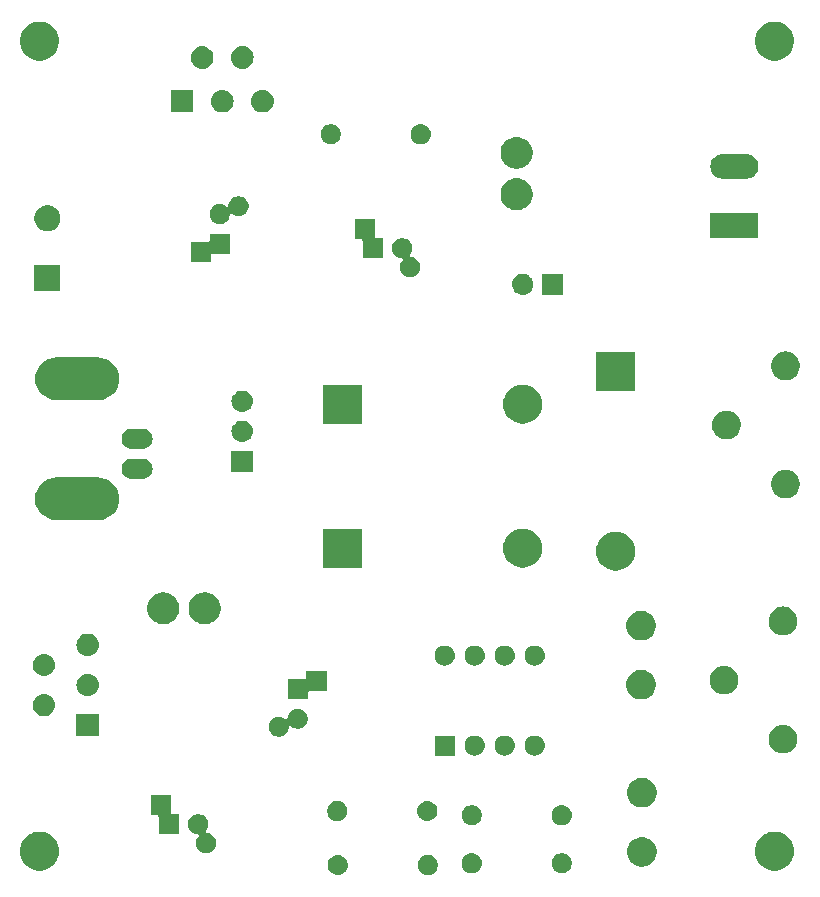
<source format=gbr>
G04 #@! TF.GenerationSoftware,KiCad,Pcbnew,5.0.2-bee76a0~70~ubuntu18.04.1*
G04 #@! TF.CreationDate,2019-02-20T20:23:57+00:00*
G04 #@! TF.ProjectId,lm2596_cc_vc,6c6d3235-3936-45f6-9363-5f76632e6b69,rev?*
G04 #@! TF.SameCoordinates,Original*
G04 #@! TF.FileFunction,Soldermask,Top*
G04 #@! TF.FilePolarity,Negative*
%FSLAX46Y46*%
G04 Gerber Fmt 4.6, Leading zero omitted, Abs format (unit mm)*
G04 Created by KiCad (PCBNEW 5.0.2-bee76a0~70~ubuntu18.04.1) date Wed 20 Feb 2019 20:23:57 GMT*
%MOMM*%
%LPD*%
G01*
G04 APERTURE LIST*
%ADD10C,0.100000*%
G04 APERTURE END LIST*
D10*
G36*
X82645828Y-141320103D02*
X82800700Y-141384253D01*
X82940081Y-141477385D01*
X83058615Y-141595919D01*
X83151747Y-141735300D01*
X83215897Y-141890172D01*
X83248600Y-142054584D01*
X83248600Y-142222216D01*
X83215897Y-142386628D01*
X83151747Y-142541500D01*
X83058615Y-142680881D01*
X82940081Y-142799415D01*
X82800700Y-142892547D01*
X82645828Y-142956697D01*
X82481416Y-142989400D01*
X82313784Y-142989400D01*
X82149372Y-142956697D01*
X81994500Y-142892547D01*
X81855119Y-142799415D01*
X81736585Y-142680881D01*
X81643453Y-142541500D01*
X81579303Y-142386628D01*
X81546600Y-142222216D01*
X81546600Y-142054584D01*
X81579303Y-141890172D01*
X81643453Y-141735300D01*
X81736585Y-141595919D01*
X81855119Y-141477385D01*
X81994500Y-141384253D01*
X82149372Y-141320103D01*
X82313784Y-141287400D01*
X82481416Y-141287400D01*
X82645828Y-141320103D01*
X82645828Y-141320103D01*
G37*
G36*
X74944421Y-141299713D02*
X74944424Y-141299714D01*
X74944425Y-141299714D01*
X75104839Y-141348375D01*
X75104841Y-141348376D01*
X75104844Y-141348377D01*
X75252678Y-141427395D01*
X75382259Y-141533741D01*
X75488605Y-141663322D01*
X75567623Y-141811156D01*
X75567624Y-141811159D01*
X75567625Y-141811161D01*
X75595236Y-141902184D01*
X75616287Y-141971579D01*
X75632717Y-142138400D01*
X75616287Y-142305221D01*
X75616286Y-142305224D01*
X75616286Y-142305225D01*
X75569009Y-142461078D01*
X75567623Y-142465644D01*
X75488605Y-142613478D01*
X75382259Y-142743059D01*
X75252678Y-142849405D01*
X75104844Y-142928423D01*
X75104841Y-142928424D01*
X75104839Y-142928425D01*
X74944425Y-142977086D01*
X74944424Y-142977086D01*
X74944421Y-142977087D01*
X74819404Y-142989400D01*
X74735796Y-142989400D01*
X74610779Y-142977087D01*
X74610776Y-142977086D01*
X74610775Y-142977086D01*
X74450361Y-142928425D01*
X74450359Y-142928424D01*
X74450356Y-142928423D01*
X74302522Y-142849405D01*
X74172941Y-142743059D01*
X74066595Y-142613478D01*
X73987577Y-142465644D01*
X73986192Y-142461078D01*
X73938914Y-142305225D01*
X73938914Y-142305224D01*
X73938913Y-142305221D01*
X73922483Y-142138400D01*
X73938913Y-141971579D01*
X73959964Y-141902184D01*
X73987575Y-141811161D01*
X73987576Y-141811159D01*
X73987577Y-141811156D01*
X74066595Y-141663322D01*
X74172941Y-141533741D01*
X74302522Y-141427395D01*
X74450356Y-141348377D01*
X74450359Y-141348376D01*
X74450361Y-141348375D01*
X74610775Y-141299714D01*
X74610776Y-141299714D01*
X74610779Y-141299713D01*
X74735796Y-141287400D01*
X74819404Y-141287400D01*
X74944421Y-141299713D01*
X74944421Y-141299713D01*
G37*
G36*
X86272821Y-141147313D02*
X86272824Y-141147314D01*
X86272825Y-141147314D01*
X86433239Y-141195975D01*
X86433241Y-141195976D01*
X86433244Y-141195977D01*
X86581078Y-141274995D01*
X86710659Y-141381341D01*
X86817005Y-141510922D01*
X86896023Y-141658756D01*
X86896024Y-141658759D01*
X86896025Y-141658761D01*
X86943258Y-141814469D01*
X86944687Y-141819179D01*
X86961117Y-141986000D01*
X86944687Y-142152821D01*
X86944686Y-142152824D01*
X86944686Y-142152825D01*
X86914476Y-142252415D01*
X86896023Y-142313244D01*
X86817005Y-142461078D01*
X86710659Y-142590659D01*
X86581078Y-142697005D01*
X86433244Y-142776023D01*
X86433241Y-142776024D01*
X86433239Y-142776025D01*
X86272825Y-142824686D01*
X86272824Y-142824686D01*
X86272821Y-142824687D01*
X86147804Y-142837000D01*
X86064196Y-142837000D01*
X85939179Y-142824687D01*
X85939176Y-142824686D01*
X85939175Y-142824686D01*
X85778761Y-142776025D01*
X85778759Y-142776024D01*
X85778756Y-142776023D01*
X85630922Y-142697005D01*
X85501341Y-142590659D01*
X85394995Y-142461078D01*
X85315977Y-142313244D01*
X85297525Y-142252415D01*
X85267314Y-142152825D01*
X85267314Y-142152824D01*
X85267313Y-142152821D01*
X85250883Y-141986000D01*
X85267313Y-141819179D01*
X85268742Y-141814469D01*
X85315975Y-141658761D01*
X85315976Y-141658759D01*
X85315977Y-141658756D01*
X85394995Y-141510922D01*
X85501341Y-141381341D01*
X85630922Y-141274995D01*
X85778756Y-141195977D01*
X85778759Y-141195976D01*
X85778761Y-141195975D01*
X85939175Y-141147314D01*
X85939176Y-141147314D01*
X85939179Y-141147313D01*
X86064196Y-141135000D01*
X86147804Y-141135000D01*
X86272821Y-141147313D01*
X86272821Y-141147313D01*
G37*
G36*
X93974228Y-141167703D02*
X94129100Y-141231853D01*
X94268481Y-141324985D01*
X94387015Y-141443519D01*
X94480147Y-141582900D01*
X94544297Y-141737772D01*
X94577000Y-141902184D01*
X94577000Y-142069816D01*
X94544297Y-142234228D01*
X94480147Y-142389100D01*
X94387015Y-142528481D01*
X94268481Y-142647015D01*
X94129100Y-142740147D01*
X93974228Y-142804297D01*
X93809816Y-142837000D01*
X93642184Y-142837000D01*
X93477772Y-142804297D01*
X93322900Y-142740147D01*
X93183519Y-142647015D01*
X93064985Y-142528481D01*
X92971853Y-142389100D01*
X92907703Y-142234228D01*
X92875000Y-142069816D01*
X92875000Y-141902184D01*
X92907703Y-141737772D01*
X92971853Y-141582900D01*
X93064985Y-141443519D01*
X93183519Y-141324985D01*
X93322900Y-141231853D01*
X93477772Y-141167703D01*
X93642184Y-141135000D01*
X93809816Y-141135000D01*
X93974228Y-141167703D01*
X93974228Y-141167703D01*
G37*
G36*
X112135256Y-139361298D02*
X112241579Y-139382447D01*
X112442579Y-139465704D01*
X112530923Y-139502297D01*
X112542042Y-139506903D01*
X112715772Y-139622986D01*
X112812454Y-139687587D01*
X113042413Y-139917546D01*
X113042415Y-139917549D01*
X113223097Y-140187958D01*
X113321047Y-140424429D01*
X113347553Y-140488422D01*
X113411000Y-140807389D01*
X113411000Y-141132611D01*
X113380210Y-141287400D01*
X113347553Y-141451579D01*
X113223097Y-141752042D01*
X113178240Y-141819175D01*
X113042413Y-142022454D01*
X112812454Y-142252413D01*
X112812451Y-142252415D01*
X112542042Y-142433097D01*
X112241579Y-142557553D01*
X112135256Y-142578702D01*
X111922611Y-142621000D01*
X111597389Y-142621000D01*
X111384744Y-142578702D01*
X111278421Y-142557553D01*
X110977958Y-142433097D01*
X110707549Y-142252415D01*
X110707546Y-142252413D01*
X110477587Y-142022454D01*
X110341760Y-141819175D01*
X110296903Y-141752042D01*
X110172447Y-141451579D01*
X110139790Y-141287400D01*
X110109000Y-141132611D01*
X110109000Y-140807389D01*
X110172447Y-140488422D01*
X110198954Y-140424429D01*
X110296903Y-140187958D01*
X110477585Y-139917549D01*
X110477587Y-139917546D01*
X110707546Y-139687587D01*
X110804228Y-139622986D01*
X110977958Y-139506903D01*
X110989078Y-139502297D01*
X111077421Y-139465704D01*
X111278421Y-139382447D01*
X111384744Y-139361298D01*
X111597389Y-139319000D01*
X111922611Y-139319000D01*
X112135256Y-139361298D01*
X112135256Y-139361298D01*
G37*
G36*
X49905256Y-139361298D02*
X50011579Y-139382447D01*
X50212579Y-139465704D01*
X50300923Y-139502297D01*
X50312042Y-139506903D01*
X50485772Y-139622986D01*
X50582454Y-139687587D01*
X50812413Y-139917546D01*
X50812415Y-139917549D01*
X50993097Y-140187958D01*
X51091047Y-140424429D01*
X51117553Y-140488422D01*
X51181000Y-140807389D01*
X51181000Y-141132611D01*
X51150210Y-141287400D01*
X51117553Y-141451579D01*
X50993097Y-141752042D01*
X50948240Y-141819175D01*
X50812413Y-142022454D01*
X50582454Y-142252413D01*
X50582451Y-142252415D01*
X50312042Y-142433097D01*
X50011579Y-142557553D01*
X49905256Y-142578702D01*
X49692611Y-142621000D01*
X49367389Y-142621000D01*
X49154744Y-142578702D01*
X49048421Y-142557553D01*
X48747958Y-142433097D01*
X48477549Y-142252415D01*
X48477546Y-142252413D01*
X48247587Y-142022454D01*
X48111760Y-141819175D01*
X48066903Y-141752042D01*
X47942447Y-141451579D01*
X47909790Y-141287400D01*
X47879000Y-141132611D01*
X47879000Y-140807389D01*
X47942447Y-140488422D01*
X47968954Y-140424429D01*
X48066903Y-140187958D01*
X48247585Y-139917549D01*
X48247587Y-139917546D01*
X48477546Y-139687587D01*
X48574228Y-139622986D01*
X48747958Y-139506903D01*
X48759078Y-139502297D01*
X48847421Y-139465704D01*
X49048421Y-139382447D01*
X49154744Y-139361298D01*
X49367389Y-139319000D01*
X49692611Y-139319000D01*
X49905256Y-139361298D01*
X49905256Y-139361298D01*
G37*
G36*
X100704135Y-139778019D02*
X100885403Y-139814075D01*
X101113071Y-139908378D01*
X101303729Y-140035772D01*
X101317969Y-140045287D01*
X101492213Y-140219531D01*
X101492215Y-140219534D01*
X101629122Y-140424429D01*
X101723425Y-140652097D01*
X101771500Y-140893787D01*
X101771500Y-141140213D01*
X101723425Y-141381903D01*
X101629122Y-141609571D01*
X101494427Y-141811156D01*
X101492213Y-141814469D01*
X101317969Y-141988713D01*
X101317966Y-141988715D01*
X101113071Y-142125622D01*
X100885403Y-142219925D01*
X100722074Y-142252413D01*
X100643714Y-142268000D01*
X100397286Y-142268000D01*
X100318926Y-142252413D01*
X100155597Y-142219925D01*
X99927929Y-142125622D01*
X99723034Y-141988715D01*
X99723031Y-141988713D01*
X99548787Y-141814469D01*
X99546573Y-141811156D01*
X99411878Y-141609571D01*
X99317575Y-141381903D01*
X99269500Y-141140213D01*
X99269500Y-140893787D01*
X99317575Y-140652097D01*
X99411878Y-140424429D01*
X99548785Y-140219534D01*
X99548787Y-140219531D01*
X99723031Y-140045287D01*
X99737271Y-140035772D01*
X99927929Y-139908378D01*
X100155597Y-139814075D01*
X100336865Y-139778019D01*
X100397286Y-139766000D01*
X100643714Y-139766000D01*
X100704135Y-139778019D01*
X100704135Y-139778019D01*
G37*
G36*
X63200228Y-137865703D02*
X63355100Y-137929853D01*
X63494481Y-138022985D01*
X63613015Y-138141519D01*
X63706147Y-138280900D01*
X63770297Y-138435772D01*
X63803000Y-138600184D01*
X63803000Y-138767816D01*
X63770297Y-138932228D01*
X63706147Y-139087100D01*
X63613015Y-139226481D01*
X63607619Y-139234556D01*
X63604337Y-139238554D01*
X63592786Y-139260165D01*
X63585673Y-139283614D01*
X63583271Y-139308000D01*
X63585673Y-139332386D01*
X63592786Y-139355835D01*
X63604337Y-139377446D01*
X63619883Y-139396388D01*
X63638825Y-139411934D01*
X63660436Y-139423485D01*
X63683885Y-139430598D01*
X63705265Y-139432704D01*
X63706753Y-139433000D01*
X63871165Y-139465703D01*
X64026037Y-139529853D01*
X64165418Y-139622985D01*
X64283952Y-139741519D01*
X64377084Y-139880900D01*
X64441234Y-140035772D01*
X64473937Y-140200184D01*
X64473937Y-140367816D01*
X64441234Y-140532228D01*
X64377084Y-140687100D01*
X64283952Y-140826481D01*
X64165418Y-140945015D01*
X64026037Y-141038147D01*
X63871165Y-141102297D01*
X63706753Y-141135000D01*
X63539121Y-141135000D01*
X63374709Y-141102297D01*
X63219837Y-141038147D01*
X63080456Y-140945015D01*
X62961922Y-140826481D01*
X62868790Y-140687100D01*
X62804640Y-140532228D01*
X62771937Y-140367816D01*
X62771937Y-140200184D01*
X62804640Y-140035772D01*
X62868790Y-139880900D01*
X62961922Y-139741519D01*
X62961923Y-139741518D01*
X62967318Y-139733444D01*
X62970600Y-139729446D01*
X62982151Y-139707835D01*
X62989264Y-139684386D01*
X62991666Y-139660000D01*
X62989264Y-139635614D01*
X62982151Y-139612165D01*
X62970600Y-139590554D01*
X62955054Y-139571612D01*
X62936112Y-139556066D01*
X62914501Y-139544515D01*
X62891052Y-139537402D01*
X62869672Y-139535296D01*
X62868184Y-139535000D01*
X62703772Y-139502297D01*
X62548900Y-139438147D01*
X62409519Y-139345015D01*
X62290985Y-139226481D01*
X62197853Y-139087100D01*
X62133703Y-138932228D01*
X62101000Y-138767816D01*
X62101000Y-138600184D01*
X62133703Y-138435772D01*
X62197853Y-138280900D01*
X62290985Y-138141519D01*
X62409519Y-138022985D01*
X62548900Y-137929853D01*
X62703772Y-137865703D01*
X62868184Y-137833000D01*
X63035816Y-137833000D01*
X63200228Y-137865703D01*
X63200228Y-137865703D01*
G37*
G36*
X60632063Y-137708000D02*
X60634465Y-137732386D01*
X60641578Y-137755835D01*
X60653129Y-137777446D01*
X60668675Y-137796388D01*
X60687617Y-137811934D01*
X60709228Y-137823485D01*
X60732677Y-137830598D01*
X60757063Y-137833000D01*
X61303000Y-137833000D01*
X61303000Y-139535000D01*
X59601000Y-139535000D01*
X59601000Y-138060000D01*
X59598598Y-138035614D01*
X59591485Y-138012165D01*
X59579934Y-137990554D01*
X59564388Y-137971612D01*
X59545446Y-137956066D01*
X59523835Y-137944515D01*
X59500386Y-137937402D01*
X59476000Y-137935000D01*
X58930063Y-137935000D01*
X58930063Y-136233000D01*
X60632063Y-136233000D01*
X60632063Y-137708000D01*
X60632063Y-137708000D01*
G37*
G36*
X86354228Y-137103703D02*
X86509100Y-137167853D01*
X86648481Y-137260985D01*
X86767015Y-137379519D01*
X86860147Y-137518900D01*
X86924297Y-137673772D01*
X86957000Y-137838184D01*
X86957000Y-138005816D01*
X86924297Y-138170228D01*
X86860147Y-138325100D01*
X86767015Y-138464481D01*
X86648481Y-138583015D01*
X86509100Y-138676147D01*
X86354228Y-138740297D01*
X86189816Y-138773000D01*
X86022184Y-138773000D01*
X85857772Y-138740297D01*
X85702900Y-138676147D01*
X85563519Y-138583015D01*
X85444985Y-138464481D01*
X85351853Y-138325100D01*
X85287703Y-138170228D01*
X85255000Y-138005816D01*
X85255000Y-137838184D01*
X85287703Y-137673772D01*
X85351853Y-137518900D01*
X85444985Y-137379519D01*
X85563519Y-137260985D01*
X85702900Y-137167853D01*
X85857772Y-137103703D01*
X86022184Y-137071000D01*
X86189816Y-137071000D01*
X86354228Y-137103703D01*
X86354228Y-137103703D01*
G37*
G36*
X93892821Y-137083313D02*
X93892824Y-137083314D01*
X93892825Y-137083314D01*
X94053239Y-137131975D01*
X94053241Y-137131976D01*
X94053244Y-137131977D01*
X94201078Y-137210995D01*
X94330659Y-137317341D01*
X94437005Y-137446922D01*
X94516023Y-137594756D01*
X94516024Y-137594759D01*
X94516025Y-137594761D01*
X94564686Y-137755175D01*
X94564687Y-137755179D01*
X94581117Y-137922000D01*
X94564687Y-138088821D01*
X94564686Y-138088824D01*
X94564686Y-138088825D01*
X94522646Y-138227414D01*
X94516023Y-138249244D01*
X94437005Y-138397078D01*
X94330659Y-138526659D01*
X94201078Y-138633005D01*
X94053244Y-138712023D01*
X94053241Y-138712024D01*
X94053239Y-138712025D01*
X93892825Y-138760686D01*
X93892824Y-138760686D01*
X93892821Y-138760687D01*
X93767804Y-138773000D01*
X93684196Y-138773000D01*
X93559179Y-138760687D01*
X93559176Y-138760686D01*
X93559175Y-138760686D01*
X93398761Y-138712025D01*
X93398759Y-138712024D01*
X93398756Y-138712023D01*
X93250922Y-138633005D01*
X93121341Y-138526659D01*
X93014995Y-138397078D01*
X92935977Y-138249244D01*
X92929355Y-138227414D01*
X92887314Y-138088825D01*
X92887314Y-138088824D01*
X92887313Y-138088821D01*
X92870883Y-137922000D01*
X92887313Y-137755179D01*
X92887314Y-137755175D01*
X92935975Y-137594761D01*
X92935976Y-137594759D01*
X92935977Y-137594756D01*
X93014995Y-137446922D01*
X93121341Y-137317341D01*
X93250922Y-137210995D01*
X93398756Y-137131977D01*
X93398759Y-137131976D01*
X93398761Y-137131975D01*
X93559175Y-137083314D01*
X93559176Y-137083314D01*
X93559179Y-137083313D01*
X93684196Y-137071000D01*
X93767804Y-137071000D01*
X93892821Y-137083313D01*
X93892821Y-137083313D01*
G37*
G36*
X74975028Y-136748103D02*
X75129900Y-136812253D01*
X75269281Y-136905385D01*
X75387815Y-137023919D01*
X75480947Y-137163300D01*
X75545097Y-137318172D01*
X75577800Y-137482584D01*
X75577800Y-137650216D01*
X75545097Y-137814628D01*
X75480947Y-137969500D01*
X75387815Y-138108881D01*
X75269281Y-138227415D01*
X75129900Y-138320547D01*
X74975028Y-138384697D01*
X74810616Y-138417400D01*
X74642984Y-138417400D01*
X74478572Y-138384697D01*
X74323700Y-138320547D01*
X74184319Y-138227415D01*
X74065785Y-138108881D01*
X73972653Y-137969500D01*
X73908503Y-137814628D01*
X73875800Y-137650216D01*
X73875800Y-137482584D01*
X73908503Y-137318172D01*
X73972653Y-137163300D01*
X74065785Y-137023919D01*
X74184319Y-136905385D01*
X74323700Y-136812253D01*
X74478572Y-136748103D01*
X74642984Y-136715400D01*
X74810616Y-136715400D01*
X74975028Y-136748103D01*
X74975028Y-136748103D01*
G37*
G36*
X82513621Y-136727713D02*
X82513624Y-136727714D01*
X82513625Y-136727714D01*
X82674039Y-136776375D01*
X82674041Y-136776376D01*
X82674044Y-136776377D01*
X82821878Y-136855395D01*
X82951459Y-136961741D01*
X83057805Y-137091322D01*
X83136823Y-137239156D01*
X83136824Y-137239159D01*
X83136825Y-137239161D01*
X83179402Y-137379519D01*
X83185487Y-137399579D01*
X83201917Y-137566400D01*
X83185487Y-137733221D01*
X83185486Y-137733224D01*
X83185486Y-137733225D01*
X83155220Y-137833000D01*
X83136823Y-137893644D01*
X83057805Y-138041478D01*
X82951459Y-138171059D01*
X82821878Y-138277405D01*
X82674044Y-138356423D01*
X82674041Y-138356424D01*
X82674039Y-138356425D01*
X82513625Y-138405086D01*
X82513624Y-138405086D01*
X82513621Y-138405087D01*
X82388604Y-138417400D01*
X82304996Y-138417400D01*
X82179979Y-138405087D01*
X82179976Y-138405086D01*
X82179975Y-138405086D01*
X82019561Y-138356425D01*
X82019559Y-138356424D01*
X82019556Y-138356423D01*
X81871722Y-138277405D01*
X81742141Y-138171059D01*
X81635795Y-138041478D01*
X81556777Y-137893644D01*
X81538381Y-137833000D01*
X81508114Y-137733225D01*
X81508114Y-137733224D01*
X81508113Y-137733221D01*
X81491683Y-137566400D01*
X81508113Y-137399579D01*
X81514198Y-137379519D01*
X81556775Y-137239161D01*
X81556776Y-137239159D01*
X81556777Y-137239156D01*
X81635795Y-137091322D01*
X81742141Y-136961741D01*
X81871722Y-136855395D01*
X82019556Y-136776377D01*
X82019559Y-136776376D01*
X82019561Y-136776375D01*
X82179975Y-136727714D01*
X82179976Y-136727714D01*
X82179979Y-136727713D01*
X82304996Y-136715400D01*
X82388604Y-136715400D01*
X82513621Y-136727713D01*
X82513621Y-136727713D01*
G37*
G36*
X100704135Y-134778019D02*
X100885403Y-134814075D01*
X101113071Y-134908378D01*
X101317042Y-135044668D01*
X101317969Y-135045287D01*
X101492213Y-135219531D01*
X101492215Y-135219534D01*
X101629122Y-135424429D01*
X101723425Y-135652097D01*
X101771500Y-135893787D01*
X101771500Y-136140213D01*
X101723425Y-136381903D01*
X101629122Y-136609571D01*
X101536557Y-136748104D01*
X101492213Y-136814469D01*
X101317969Y-136988713D01*
X101317966Y-136988715D01*
X101113071Y-137125622D01*
X100885403Y-137219925D01*
X100704136Y-137255981D01*
X100643714Y-137268000D01*
X100397286Y-137268000D01*
X100336864Y-137255981D01*
X100155597Y-137219925D01*
X99927929Y-137125622D01*
X99723034Y-136988715D01*
X99723031Y-136988713D01*
X99548787Y-136814469D01*
X99504443Y-136748104D01*
X99411878Y-136609571D01*
X99317575Y-136381903D01*
X99269500Y-136140213D01*
X99269500Y-135893787D01*
X99317575Y-135652097D01*
X99411878Y-135424429D01*
X99548785Y-135219534D01*
X99548787Y-135219531D01*
X99723031Y-135045287D01*
X99723958Y-135044668D01*
X99927929Y-134908378D01*
X100155597Y-134814075D01*
X100336865Y-134778019D01*
X100397286Y-134766000D01*
X100643714Y-134766000D01*
X100704135Y-134778019D01*
X100704135Y-134778019D01*
G37*
G36*
X91606821Y-131190513D02*
X91606824Y-131190514D01*
X91606825Y-131190514D01*
X91767239Y-131239175D01*
X91767241Y-131239176D01*
X91767244Y-131239177D01*
X91915078Y-131318195D01*
X92044659Y-131424541D01*
X92151005Y-131554122D01*
X92230023Y-131701956D01*
X92230024Y-131701959D01*
X92230025Y-131701961D01*
X92278686Y-131862375D01*
X92278687Y-131862379D01*
X92295117Y-132029200D01*
X92278687Y-132196021D01*
X92278686Y-132196024D01*
X92278686Y-132196025D01*
X92262694Y-132248745D01*
X92230023Y-132356444D01*
X92151005Y-132504278D01*
X92044659Y-132633859D01*
X91915078Y-132740205D01*
X91767244Y-132819223D01*
X91767241Y-132819224D01*
X91767239Y-132819225D01*
X91606825Y-132867886D01*
X91606824Y-132867886D01*
X91606821Y-132867887D01*
X91481804Y-132880200D01*
X91398196Y-132880200D01*
X91273179Y-132867887D01*
X91273176Y-132867886D01*
X91273175Y-132867886D01*
X91112761Y-132819225D01*
X91112759Y-132819224D01*
X91112756Y-132819223D01*
X90964922Y-132740205D01*
X90835341Y-132633859D01*
X90728995Y-132504278D01*
X90649977Y-132356444D01*
X90617307Y-132248745D01*
X90601314Y-132196025D01*
X90601314Y-132196024D01*
X90601313Y-132196021D01*
X90584883Y-132029200D01*
X90601313Y-131862379D01*
X90601314Y-131862375D01*
X90649975Y-131701961D01*
X90649976Y-131701959D01*
X90649977Y-131701956D01*
X90728995Y-131554122D01*
X90835341Y-131424541D01*
X90964922Y-131318195D01*
X91112756Y-131239177D01*
X91112759Y-131239176D01*
X91112761Y-131239175D01*
X91273175Y-131190514D01*
X91273176Y-131190514D01*
X91273179Y-131190513D01*
X91398196Y-131178200D01*
X91481804Y-131178200D01*
X91606821Y-131190513D01*
X91606821Y-131190513D01*
G37*
G36*
X89066821Y-131190513D02*
X89066824Y-131190514D01*
X89066825Y-131190514D01*
X89227239Y-131239175D01*
X89227241Y-131239176D01*
X89227244Y-131239177D01*
X89375078Y-131318195D01*
X89504659Y-131424541D01*
X89611005Y-131554122D01*
X89690023Y-131701956D01*
X89690024Y-131701959D01*
X89690025Y-131701961D01*
X89738686Y-131862375D01*
X89738687Y-131862379D01*
X89755117Y-132029200D01*
X89738687Y-132196021D01*
X89738686Y-132196024D01*
X89738686Y-132196025D01*
X89722694Y-132248745D01*
X89690023Y-132356444D01*
X89611005Y-132504278D01*
X89504659Y-132633859D01*
X89375078Y-132740205D01*
X89227244Y-132819223D01*
X89227241Y-132819224D01*
X89227239Y-132819225D01*
X89066825Y-132867886D01*
X89066824Y-132867886D01*
X89066821Y-132867887D01*
X88941804Y-132880200D01*
X88858196Y-132880200D01*
X88733179Y-132867887D01*
X88733176Y-132867886D01*
X88733175Y-132867886D01*
X88572761Y-132819225D01*
X88572759Y-132819224D01*
X88572756Y-132819223D01*
X88424922Y-132740205D01*
X88295341Y-132633859D01*
X88188995Y-132504278D01*
X88109977Y-132356444D01*
X88077307Y-132248745D01*
X88061314Y-132196025D01*
X88061314Y-132196024D01*
X88061313Y-132196021D01*
X88044883Y-132029200D01*
X88061313Y-131862379D01*
X88061314Y-131862375D01*
X88109975Y-131701961D01*
X88109976Y-131701959D01*
X88109977Y-131701956D01*
X88188995Y-131554122D01*
X88295341Y-131424541D01*
X88424922Y-131318195D01*
X88572756Y-131239177D01*
X88572759Y-131239176D01*
X88572761Y-131239175D01*
X88733175Y-131190514D01*
X88733176Y-131190514D01*
X88733179Y-131190513D01*
X88858196Y-131178200D01*
X88941804Y-131178200D01*
X89066821Y-131190513D01*
X89066821Y-131190513D01*
G37*
G36*
X86526821Y-131190513D02*
X86526824Y-131190514D01*
X86526825Y-131190514D01*
X86687239Y-131239175D01*
X86687241Y-131239176D01*
X86687244Y-131239177D01*
X86835078Y-131318195D01*
X86964659Y-131424541D01*
X87071005Y-131554122D01*
X87150023Y-131701956D01*
X87150024Y-131701959D01*
X87150025Y-131701961D01*
X87198686Y-131862375D01*
X87198687Y-131862379D01*
X87215117Y-132029200D01*
X87198687Y-132196021D01*
X87198686Y-132196024D01*
X87198686Y-132196025D01*
X87182694Y-132248745D01*
X87150023Y-132356444D01*
X87071005Y-132504278D01*
X86964659Y-132633859D01*
X86835078Y-132740205D01*
X86687244Y-132819223D01*
X86687241Y-132819224D01*
X86687239Y-132819225D01*
X86526825Y-132867886D01*
X86526824Y-132867886D01*
X86526821Y-132867887D01*
X86401804Y-132880200D01*
X86318196Y-132880200D01*
X86193179Y-132867887D01*
X86193176Y-132867886D01*
X86193175Y-132867886D01*
X86032761Y-132819225D01*
X86032759Y-132819224D01*
X86032756Y-132819223D01*
X85884922Y-132740205D01*
X85755341Y-132633859D01*
X85648995Y-132504278D01*
X85569977Y-132356444D01*
X85537307Y-132248745D01*
X85521314Y-132196025D01*
X85521314Y-132196024D01*
X85521313Y-132196021D01*
X85504883Y-132029200D01*
X85521313Y-131862379D01*
X85521314Y-131862375D01*
X85569975Y-131701961D01*
X85569976Y-131701959D01*
X85569977Y-131701956D01*
X85648995Y-131554122D01*
X85755341Y-131424541D01*
X85884922Y-131318195D01*
X86032756Y-131239177D01*
X86032759Y-131239176D01*
X86032761Y-131239175D01*
X86193175Y-131190514D01*
X86193176Y-131190514D01*
X86193179Y-131190513D01*
X86318196Y-131178200D01*
X86401804Y-131178200D01*
X86526821Y-131190513D01*
X86526821Y-131190513D01*
G37*
G36*
X84671000Y-132880200D02*
X82969000Y-132880200D01*
X82969000Y-131178200D01*
X84671000Y-131178200D01*
X84671000Y-132880200D01*
X84671000Y-132880200D01*
G37*
G36*
X112827353Y-130296322D02*
X112919394Y-130334447D01*
X113049559Y-130388363D01*
X113249545Y-130521989D01*
X113419611Y-130692055D01*
X113553237Y-130892041D01*
X113584459Y-130967418D01*
X113645278Y-131114247D01*
X113658175Y-131179084D01*
X113692200Y-131350141D01*
X113692200Y-131590659D01*
X113645278Y-131826552D01*
X113553237Y-132048759D01*
X113419611Y-132248745D01*
X113249545Y-132418811D01*
X113049559Y-132552437D01*
X112919394Y-132606353D01*
X112827353Y-132644478D01*
X112709405Y-132667939D01*
X112591459Y-132691400D01*
X112350941Y-132691400D01*
X112232995Y-132667939D01*
X112115047Y-132644478D01*
X112023006Y-132606353D01*
X111892841Y-132552437D01*
X111692855Y-132418811D01*
X111522789Y-132248745D01*
X111389163Y-132048759D01*
X111297122Y-131826552D01*
X111250200Y-131590659D01*
X111250200Y-131350141D01*
X111284225Y-131179084D01*
X111297122Y-131114247D01*
X111357941Y-130967418D01*
X111389163Y-130892041D01*
X111522789Y-130692055D01*
X111692855Y-130521989D01*
X111892841Y-130388363D01*
X112023006Y-130334447D01*
X112115047Y-130296322D01*
X112350941Y-130249400D01*
X112591459Y-130249400D01*
X112827353Y-130296322D01*
X112827353Y-130296322D01*
G37*
G36*
X71622228Y-128935703D02*
X71777100Y-128999853D01*
X71916481Y-129092985D01*
X72035015Y-129211519D01*
X72128147Y-129350900D01*
X72192297Y-129505772D01*
X72225000Y-129670184D01*
X72225000Y-129837816D01*
X72192297Y-130002228D01*
X72128147Y-130157100D01*
X72035015Y-130296481D01*
X71916481Y-130415015D01*
X71777100Y-130508147D01*
X71622228Y-130572297D01*
X71457816Y-130605000D01*
X71290184Y-130605000D01*
X71125772Y-130572297D01*
X70970900Y-130508147D01*
X70831519Y-130415015D01*
X70831518Y-130415014D01*
X70823444Y-130409619D01*
X70819446Y-130406337D01*
X70797835Y-130394786D01*
X70774386Y-130387673D01*
X70750000Y-130385271D01*
X70725614Y-130387673D01*
X70702165Y-130394786D01*
X70680554Y-130406337D01*
X70661612Y-130421883D01*
X70646066Y-130440825D01*
X70634515Y-130462436D01*
X70627402Y-130485885D01*
X70625296Y-130507265D01*
X70625000Y-130508753D01*
X70592297Y-130673165D01*
X70528147Y-130828037D01*
X70435015Y-130967418D01*
X70316481Y-131085952D01*
X70177100Y-131179084D01*
X70022228Y-131243234D01*
X69857816Y-131275937D01*
X69690184Y-131275937D01*
X69525772Y-131243234D01*
X69370900Y-131179084D01*
X69231519Y-131085952D01*
X69112985Y-130967418D01*
X69019853Y-130828037D01*
X68955703Y-130673165D01*
X68923000Y-130508753D01*
X68923000Y-130341121D01*
X68955703Y-130176709D01*
X69019853Y-130021837D01*
X69112985Y-129882456D01*
X69231519Y-129763922D01*
X69370900Y-129670790D01*
X69525772Y-129606640D01*
X69690184Y-129573937D01*
X69857816Y-129573937D01*
X70022228Y-129606640D01*
X70177100Y-129670790D01*
X70316481Y-129763922D01*
X70316482Y-129763923D01*
X70324556Y-129769318D01*
X70328554Y-129772600D01*
X70350165Y-129784151D01*
X70373614Y-129791264D01*
X70398000Y-129793666D01*
X70422386Y-129791264D01*
X70445835Y-129784151D01*
X70467446Y-129772600D01*
X70486388Y-129757054D01*
X70501934Y-129738112D01*
X70513485Y-129716501D01*
X70520598Y-129693052D01*
X70522704Y-129671672D01*
X70523466Y-129667839D01*
X70555703Y-129505772D01*
X70619853Y-129350900D01*
X70712985Y-129211519D01*
X70831519Y-129092985D01*
X70970900Y-128999853D01*
X71125772Y-128935703D01*
X71290184Y-128903000D01*
X71457816Y-128903000D01*
X71622228Y-128935703D01*
X71622228Y-128935703D01*
G37*
G36*
X54545000Y-131253000D02*
X52643000Y-131253000D01*
X52643000Y-129351000D01*
X54545000Y-129351000D01*
X54545000Y-131253000D01*
X54545000Y-131253000D01*
G37*
G36*
X50080425Y-127664760D02*
X50080428Y-127664761D01*
X50080429Y-127664761D01*
X50259693Y-127719140D01*
X50259695Y-127719141D01*
X50424905Y-127807448D01*
X50569712Y-127926288D01*
X50688552Y-128071095D01*
X50776859Y-128236305D01*
X50831240Y-128415575D01*
X50849601Y-128602000D01*
X50831240Y-128788425D01*
X50831239Y-128788428D01*
X50831239Y-128788429D01*
X50786564Y-128935704D01*
X50776859Y-128967695D01*
X50688552Y-129132905D01*
X50569712Y-129277712D01*
X50424905Y-129396552D01*
X50424903Y-129396553D01*
X50259693Y-129484860D01*
X50080429Y-129539239D01*
X50080428Y-129539239D01*
X50080425Y-129539240D01*
X49940718Y-129553000D01*
X49847282Y-129553000D01*
X49707575Y-129539240D01*
X49707572Y-129539239D01*
X49707571Y-129539239D01*
X49528307Y-129484860D01*
X49363097Y-129396553D01*
X49363095Y-129396552D01*
X49218288Y-129277712D01*
X49099448Y-129132905D01*
X49011141Y-128967695D01*
X49001437Y-128935704D01*
X48956761Y-128788429D01*
X48956761Y-128788428D01*
X48956760Y-128788425D01*
X48938399Y-128602000D01*
X48956760Y-128415575D01*
X49011141Y-128236305D01*
X49099448Y-128071095D01*
X49218288Y-127926288D01*
X49363095Y-127807448D01*
X49528305Y-127719141D01*
X49528307Y-127719140D01*
X49707571Y-127664761D01*
X49707572Y-127664761D01*
X49707575Y-127664760D01*
X49847282Y-127651000D01*
X49940718Y-127651000D01*
X50080425Y-127664760D01*
X50080425Y-127664760D01*
G37*
G36*
X100640636Y-125634019D02*
X100821903Y-125670075D01*
X101049571Y-125764378D01*
X101240630Y-125892040D01*
X101254469Y-125901287D01*
X101428713Y-126075531D01*
X101428715Y-126075534D01*
X101565622Y-126280429D01*
X101659925Y-126508097D01*
X101708000Y-126749787D01*
X101708000Y-126996213D01*
X101659925Y-127237903D01*
X101565622Y-127465571D01*
X101503152Y-127559063D01*
X101428713Y-127670469D01*
X101254469Y-127844713D01*
X101254466Y-127844715D01*
X101049571Y-127981622D01*
X100821903Y-128075925D01*
X100640636Y-128111981D01*
X100580214Y-128124000D01*
X100333786Y-128124000D01*
X100273364Y-128111981D01*
X100092097Y-128075925D01*
X99864429Y-127981622D01*
X99659534Y-127844715D01*
X99659531Y-127844713D01*
X99485287Y-127670469D01*
X99410848Y-127559063D01*
X99348378Y-127465571D01*
X99254075Y-127237903D01*
X99206000Y-126996213D01*
X99206000Y-126749787D01*
X99254075Y-126508097D01*
X99348378Y-126280429D01*
X99485285Y-126075534D01*
X99485287Y-126075531D01*
X99659531Y-125901287D01*
X99673370Y-125892040D01*
X99864429Y-125764378D01*
X100092097Y-125670075D01*
X100273364Y-125634019D01*
X100333786Y-125622000D01*
X100580214Y-125622000D01*
X100640636Y-125634019D01*
X100640636Y-125634019D01*
G37*
G36*
X73825000Y-127434063D02*
X72350000Y-127434063D01*
X72325614Y-127436465D01*
X72302165Y-127443578D01*
X72280554Y-127455129D01*
X72261612Y-127470675D01*
X72246066Y-127489617D01*
X72234515Y-127511228D01*
X72227402Y-127534677D01*
X72225000Y-127559063D01*
X72225000Y-128105000D01*
X70523000Y-128105000D01*
X70523000Y-126403000D01*
X71998000Y-126403000D01*
X72022386Y-126400598D01*
X72045835Y-126393485D01*
X72067446Y-126381934D01*
X72086388Y-126366388D01*
X72101934Y-126347446D01*
X72113485Y-126325835D01*
X72120598Y-126302386D01*
X72123000Y-126278000D01*
X72123000Y-125732063D01*
X73825000Y-125732063D01*
X73825000Y-127434063D01*
X73825000Y-127434063D01*
G37*
G36*
X53780425Y-125964760D02*
X53780428Y-125964761D01*
X53780429Y-125964761D01*
X53959693Y-126019140D01*
X53959695Y-126019141D01*
X54124905Y-126107448D01*
X54269712Y-126226288D01*
X54388552Y-126371095D01*
X54476859Y-126536305D01*
X54531240Y-126715575D01*
X54549601Y-126902000D01*
X54531240Y-127088425D01*
X54531239Y-127088428D01*
X54531239Y-127088429D01*
X54482608Y-127248745D01*
X54476859Y-127267695D01*
X54388552Y-127432905D01*
X54269712Y-127577712D01*
X54124905Y-127696552D01*
X54124903Y-127696553D01*
X53959693Y-127784860D01*
X53780429Y-127839239D01*
X53780428Y-127839239D01*
X53780425Y-127839240D01*
X53640718Y-127853000D01*
X53547282Y-127853000D01*
X53407575Y-127839240D01*
X53407572Y-127839239D01*
X53407571Y-127839239D01*
X53228307Y-127784860D01*
X53063097Y-127696553D01*
X53063095Y-127696552D01*
X52918288Y-127577712D01*
X52799448Y-127432905D01*
X52711141Y-127267695D01*
X52705393Y-127248745D01*
X52656761Y-127088429D01*
X52656761Y-127088428D01*
X52656760Y-127088425D01*
X52638399Y-126902000D01*
X52656760Y-126715575D01*
X52711141Y-126536305D01*
X52799448Y-126371095D01*
X52918288Y-126226288D01*
X53063095Y-126107448D01*
X53228305Y-126019141D01*
X53228307Y-126019140D01*
X53407571Y-125964761D01*
X53407572Y-125964761D01*
X53407575Y-125964760D01*
X53547282Y-125951000D01*
X53640718Y-125951000D01*
X53780425Y-125964760D01*
X53780425Y-125964760D01*
G37*
G36*
X107645754Y-125260200D02*
X107827353Y-125296322D01*
X107919394Y-125334447D01*
X108049559Y-125388363D01*
X108249545Y-125521989D01*
X108419611Y-125692055D01*
X108553237Y-125892041D01*
X108596527Y-125996552D01*
X108645278Y-126114247D01*
X108692200Y-126350142D01*
X108692200Y-126590658D01*
X108645278Y-126826553D01*
X108607153Y-126918594D01*
X108553237Y-127048759D01*
X108419611Y-127248745D01*
X108249545Y-127418811D01*
X108049559Y-127552437D01*
X107919394Y-127606353D01*
X107827353Y-127644478D01*
X107709405Y-127667939D01*
X107591459Y-127691400D01*
X107350941Y-127691400D01*
X107232995Y-127667939D01*
X107115047Y-127644478D01*
X107023006Y-127606353D01*
X106892841Y-127552437D01*
X106692855Y-127418811D01*
X106522789Y-127248745D01*
X106389163Y-127048759D01*
X106335247Y-126918594D01*
X106297122Y-126826553D01*
X106250200Y-126590658D01*
X106250200Y-126350142D01*
X106297122Y-126114247D01*
X106345873Y-125996552D01*
X106389163Y-125892041D01*
X106522789Y-125692055D01*
X106692855Y-125521989D01*
X106892841Y-125388363D01*
X107023006Y-125334447D01*
X107115047Y-125296322D01*
X107296646Y-125260200D01*
X107350941Y-125249400D01*
X107591459Y-125249400D01*
X107645754Y-125260200D01*
X107645754Y-125260200D01*
G37*
G36*
X50080425Y-124264760D02*
X50080428Y-124264761D01*
X50080429Y-124264761D01*
X50259693Y-124319140D01*
X50259695Y-124319141D01*
X50424905Y-124407448D01*
X50569712Y-124526288D01*
X50688552Y-124671095D01*
X50688553Y-124671097D01*
X50776860Y-124836307D01*
X50831239Y-125015571D01*
X50831240Y-125015575D01*
X50849601Y-125202000D01*
X50831240Y-125388425D01*
X50831239Y-125388428D01*
X50831239Y-125388429D01*
X50790725Y-125521987D01*
X50776859Y-125567695D01*
X50688552Y-125732905D01*
X50569712Y-125877712D01*
X50424905Y-125996552D01*
X50424903Y-125996553D01*
X50259693Y-126084860D01*
X50080429Y-126139239D01*
X50080428Y-126139239D01*
X50080425Y-126139240D01*
X49940718Y-126153000D01*
X49847282Y-126153000D01*
X49707575Y-126139240D01*
X49707572Y-126139239D01*
X49707571Y-126139239D01*
X49528307Y-126084860D01*
X49363097Y-125996553D01*
X49363095Y-125996552D01*
X49218288Y-125877712D01*
X49099448Y-125732905D01*
X49011141Y-125567695D01*
X48997276Y-125521987D01*
X48956761Y-125388429D01*
X48956761Y-125388428D01*
X48956760Y-125388425D01*
X48938399Y-125202000D01*
X48956760Y-125015575D01*
X48956761Y-125015571D01*
X49011140Y-124836307D01*
X49099447Y-124671097D01*
X49099448Y-124671095D01*
X49218288Y-124526288D01*
X49363095Y-124407448D01*
X49528305Y-124319141D01*
X49528307Y-124319140D01*
X49707571Y-124264761D01*
X49707572Y-124264761D01*
X49707575Y-124264760D01*
X49847282Y-124251000D01*
X49940718Y-124251000D01*
X50080425Y-124264760D01*
X50080425Y-124264760D01*
G37*
G36*
X89066821Y-123570513D02*
X89066824Y-123570514D01*
X89066825Y-123570514D01*
X89227239Y-123619175D01*
X89227241Y-123619176D01*
X89227244Y-123619177D01*
X89375078Y-123698195D01*
X89504659Y-123804541D01*
X89611005Y-123934122D01*
X89690023Y-124081956D01*
X89690024Y-124081959D01*
X89690025Y-124081961D01*
X89738686Y-124242375D01*
X89738687Y-124242379D01*
X89755117Y-124409200D01*
X89738687Y-124576021D01*
X89738686Y-124576024D01*
X89738686Y-124576025D01*
X89709847Y-124671095D01*
X89690023Y-124736444D01*
X89611005Y-124884278D01*
X89504659Y-125013859D01*
X89375078Y-125120205D01*
X89227244Y-125199223D01*
X89227241Y-125199224D01*
X89227239Y-125199225D01*
X89066825Y-125247886D01*
X89066824Y-125247886D01*
X89066821Y-125247887D01*
X88941804Y-125260200D01*
X88858196Y-125260200D01*
X88733179Y-125247887D01*
X88733176Y-125247886D01*
X88733175Y-125247886D01*
X88572761Y-125199225D01*
X88572759Y-125199224D01*
X88572756Y-125199223D01*
X88424922Y-125120205D01*
X88295341Y-125013859D01*
X88188995Y-124884278D01*
X88109977Y-124736444D01*
X88090154Y-124671095D01*
X88061314Y-124576025D01*
X88061314Y-124576024D01*
X88061313Y-124576021D01*
X88044883Y-124409200D01*
X88061313Y-124242379D01*
X88061314Y-124242375D01*
X88109975Y-124081961D01*
X88109976Y-124081959D01*
X88109977Y-124081956D01*
X88188995Y-123934122D01*
X88295341Y-123804541D01*
X88424922Y-123698195D01*
X88572756Y-123619177D01*
X88572759Y-123619176D01*
X88572761Y-123619175D01*
X88733175Y-123570514D01*
X88733176Y-123570514D01*
X88733179Y-123570513D01*
X88858196Y-123558200D01*
X88941804Y-123558200D01*
X89066821Y-123570513D01*
X89066821Y-123570513D01*
G37*
G36*
X83986821Y-123570513D02*
X83986824Y-123570514D01*
X83986825Y-123570514D01*
X84147239Y-123619175D01*
X84147241Y-123619176D01*
X84147244Y-123619177D01*
X84295078Y-123698195D01*
X84424659Y-123804541D01*
X84531005Y-123934122D01*
X84610023Y-124081956D01*
X84610024Y-124081959D01*
X84610025Y-124081961D01*
X84658686Y-124242375D01*
X84658687Y-124242379D01*
X84675117Y-124409200D01*
X84658687Y-124576021D01*
X84658686Y-124576024D01*
X84658686Y-124576025D01*
X84629847Y-124671095D01*
X84610023Y-124736444D01*
X84531005Y-124884278D01*
X84424659Y-125013859D01*
X84295078Y-125120205D01*
X84147244Y-125199223D01*
X84147241Y-125199224D01*
X84147239Y-125199225D01*
X83986825Y-125247886D01*
X83986824Y-125247886D01*
X83986821Y-125247887D01*
X83861804Y-125260200D01*
X83778196Y-125260200D01*
X83653179Y-125247887D01*
X83653176Y-125247886D01*
X83653175Y-125247886D01*
X83492761Y-125199225D01*
X83492759Y-125199224D01*
X83492756Y-125199223D01*
X83344922Y-125120205D01*
X83215341Y-125013859D01*
X83108995Y-124884278D01*
X83029977Y-124736444D01*
X83010154Y-124671095D01*
X82981314Y-124576025D01*
X82981314Y-124576024D01*
X82981313Y-124576021D01*
X82964883Y-124409200D01*
X82981313Y-124242379D01*
X82981314Y-124242375D01*
X83029975Y-124081961D01*
X83029976Y-124081959D01*
X83029977Y-124081956D01*
X83108995Y-123934122D01*
X83215341Y-123804541D01*
X83344922Y-123698195D01*
X83492756Y-123619177D01*
X83492759Y-123619176D01*
X83492761Y-123619175D01*
X83653175Y-123570514D01*
X83653176Y-123570514D01*
X83653179Y-123570513D01*
X83778196Y-123558200D01*
X83861804Y-123558200D01*
X83986821Y-123570513D01*
X83986821Y-123570513D01*
G37*
G36*
X91606821Y-123570513D02*
X91606824Y-123570514D01*
X91606825Y-123570514D01*
X91767239Y-123619175D01*
X91767241Y-123619176D01*
X91767244Y-123619177D01*
X91915078Y-123698195D01*
X92044659Y-123804541D01*
X92151005Y-123934122D01*
X92230023Y-124081956D01*
X92230024Y-124081959D01*
X92230025Y-124081961D01*
X92278686Y-124242375D01*
X92278687Y-124242379D01*
X92295117Y-124409200D01*
X92278687Y-124576021D01*
X92278686Y-124576024D01*
X92278686Y-124576025D01*
X92249847Y-124671095D01*
X92230023Y-124736444D01*
X92151005Y-124884278D01*
X92044659Y-125013859D01*
X91915078Y-125120205D01*
X91767244Y-125199223D01*
X91767241Y-125199224D01*
X91767239Y-125199225D01*
X91606825Y-125247886D01*
X91606824Y-125247886D01*
X91606821Y-125247887D01*
X91481804Y-125260200D01*
X91398196Y-125260200D01*
X91273179Y-125247887D01*
X91273176Y-125247886D01*
X91273175Y-125247886D01*
X91112761Y-125199225D01*
X91112759Y-125199224D01*
X91112756Y-125199223D01*
X90964922Y-125120205D01*
X90835341Y-125013859D01*
X90728995Y-124884278D01*
X90649977Y-124736444D01*
X90630154Y-124671095D01*
X90601314Y-124576025D01*
X90601314Y-124576024D01*
X90601313Y-124576021D01*
X90584883Y-124409200D01*
X90601313Y-124242379D01*
X90601314Y-124242375D01*
X90649975Y-124081961D01*
X90649976Y-124081959D01*
X90649977Y-124081956D01*
X90728995Y-123934122D01*
X90835341Y-123804541D01*
X90964922Y-123698195D01*
X91112756Y-123619177D01*
X91112759Y-123619176D01*
X91112761Y-123619175D01*
X91273175Y-123570514D01*
X91273176Y-123570514D01*
X91273179Y-123570513D01*
X91398196Y-123558200D01*
X91481804Y-123558200D01*
X91606821Y-123570513D01*
X91606821Y-123570513D01*
G37*
G36*
X86526821Y-123570513D02*
X86526824Y-123570514D01*
X86526825Y-123570514D01*
X86687239Y-123619175D01*
X86687241Y-123619176D01*
X86687244Y-123619177D01*
X86835078Y-123698195D01*
X86964659Y-123804541D01*
X87071005Y-123934122D01*
X87150023Y-124081956D01*
X87150024Y-124081959D01*
X87150025Y-124081961D01*
X87198686Y-124242375D01*
X87198687Y-124242379D01*
X87215117Y-124409200D01*
X87198687Y-124576021D01*
X87198686Y-124576024D01*
X87198686Y-124576025D01*
X87169847Y-124671095D01*
X87150023Y-124736444D01*
X87071005Y-124884278D01*
X86964659Y-125013859D01*
X86835078Y-125120205D01*
X86687244Y-125199223D01*
X86687241Y-125199224D01*
X86687239Y-125199225D01*
X86526825Y-125247886D01*
X86526824Y-125247886D01*
X86526821Y-125247887D01*
X86401804Y-125260200D01*
X86318196Y-125260200D01*
X86193179Y-125247887D01*
X86193176Y-125247886D01*
X86193175Y-125247886D01*
X86032761Y-125199225D01*
X86032759Y-125199224D01*
X86032756Y-125199223D01*
X85884922Y-125120205D01*
X85755341Y-125013859D01*
X85648995Y-124884278D01*
X85569977Y-124736444D01*
X85550154Y-124671095D01*
X85521314Y-124576025D01*
X85521314Y-124576024D01*
X85521313Y-124576021D01*
X85504883Y-124409200D01*
X85521313Y-124242379D01*
X85521314Y-124242375D01*
X85569975Y-124081961D01*
X85569976Y-124081959D01*
X85569977Y-124081956D01*
X85648995Y-123934122D01*
X85755341Y-123804541D01*
X85884922Y-123698195D01*
X86032756Y-123619177D01*
X86032759Y-123619176D01*
X86032761Y-123619175D01*
X86193175Y-123570514D01*
X86193176Y-123570514D01*
X86193179Y-123570513D01*
X86318196Y-123558200D01*
X86401804Y-123558200D01*
X86526821Y-123570513D01*
X86526821Y-123570513D01*
G37*
G36*
X53780425Y-122564760D02*
X53780428Y-122564761D01*
X53780429Y-122564761D01*
X53959693Y-122619140D01*
X53959695Y-122619141D01*
X54124905Y-122707448D01*
X54269712Y-122826288D01*
X54388552Y-122971095D01*
X54476859Y-123136305D01*
X54531240Y-123315575D01*
X54549601Y-123502000D01*
X54531240Y-123688425D01*
X54531239Y-123688428D01*
X54531239Y-123688429D01*
X54528277Y-123698195D01*
X54476859Y-123867695D01*
X54388552Y-124032905D01*
X54269712Y-124177712D01*
X54124905Y-124296552D01*
X54124903Y-124296553D01*
X53959693Y-124384860D01*
X53780429Y-124439239D01*
X53780428Y-124439239D01*
X53780425Y-124439240D01*
X53640718Y-124453000D01*
X53547282Y-124453000D01*
X53407575Y-124439240D01*
X53407572Y-124439239D01*
X53407571Y-124439239D01*
X53228307Y-124384860D01*
X53063097Y-124296553D01*
X53063095Y-124296552D01*
X52918288Y-124177712D01*
X52799448Y-124032905D01*
X52711141Y-123867695D01*
X52659724Y-123698195D01*
X52656761Y-123688429D01*
X52656761Y-123688428D01*
X52656760Y-123688425D01*
X52638399Y-123502000D01*
X52656760Y-123315575D01*
X52711141Y-123136305D01*
X52799448Y-122971095D01*
X52918288Y-122826288D01*
X53063095Y-122707448D01*
X53228305Y-122619141D01*
X53228307Y-122619140D01*
X53407571Y-122564761D01*
X53407572Y-122564761D01*
X53407575Y-122564760D01*
X53547282Y-122551000D01*
X53640718Y-122551000D01*
X53780425Y-122564760D01*
X53780425Y-122564760D01*
G37*
G36*
X100640635Y-120634019D02*
X100821903Y-120670075D01*
X101049571Y-120764378D01*
X101240630Y-120892040D01*
X101254469Y-120901287D01*
X101428713Y-121075531D01*
X101428715Y-121075534D01*
X101565622Y-121280429D01*
X101659925Y-121508097D01*
X101708000Y-121749787D01*
X101708000Y-121996213D01*
X101659925Y-122237903D01*
X101565622Y-122465571D01*
X101499345Y-122564761D01*
X101428713Y-122670469D01*
X101254469Y-122844713D01*
X101254466Y-122844715D01*
X101049571Y-122981622D01*
X100821903Y-123075925D01*
X100640635Y-123111981D01*
X100580214Y-123124000D01*
X100333786Y-123124000D01*
X100273365Y-123111981D01*
X100092097Y-123075925D01*
X99864429Y-122981622D01*
X99659534Y-122844715D01*
X99659531Y-122844713D01*
X99485287Y-122670469D01*
X99414655Y-122564761D01*
X99348378Y-122465571D01*
X99254075Y-122237903D01*
X99206000Y-121996213D01*
X99206000Y-121749787D01*
X99254075Y-121508097D01*
X99348378Y-121280429D01*
X99485285Y-121075534D01*
X99485287Y-121075531D01*
X99659531Y-120901287D01*
X99673370Y-120892040D01*
X99864429Y-120764378D01*
X100092097Y-120670075D01*
X100273365Y-120634019D01*
X100333786Y-120622000D01*
X100580214Y-120622000D01*
X100640635Y-120634019D01*
X100640635Y-120634019D01*
G37*
G36*
X112659514Y-120262937D02*
X112827353Y-120296322D01*
X112919394Y-120334447D01*
X113049559Y-120388363D01*
X113249545Y-120521989D01*
X113419611Y-120692055D01*
X113553237Y-120892041D01*
X113607153Y-121022206D01*
X113645278Y-121114247D01*
X113692200Y-121350142D01*
X113692200Y-121590658D01*
X113660548Y-121749787D01*
X113645278Y-121826552D01*
X113553237Y-122048759D01*
X113419611Y-122248745D01*
X113249545Y-122418811D01*
X113049559Y-122552437D01*
X112919394Y-122606353D01*
X112827353Y-122644478D01*
X112709405Y-122667939D01*
X112591459Y-122691400D01*
X112350941Y-122691400D01*
X112232995Y-122667939D01*
X112115047Y-122644478D01*
X112023006Y-122606353D01*
X111892841Y-122552437D01*
X111692855Y-122418811D01*
X111522789Y-122248745D01*
X111389163Y-122048759D01*
X111297122Y-121826552D01*
X111281853Y-121749787D01*
X111250200Y-121590658D01*
X111250200Y-121350142D01*
X111297122Y-121114247D01*
X111335247Y-121022206D01*
X111389163Y-120892041D01*
X111522789Y-120692055D01*
X111692855Y-120521989D01*
X111892841Y-120388363D01*
X112023006Y-120334447D01*
X112115047Y-120296322D01*
X112282886Y-120262937D01*
X112350941Y-120249400D01*
X112591459Y-120249400D01*
X112659514Y-120262937D01*
X112659514Y-120262937D01*
G37*
G36*
X60263567Y-119070959D02*
X60394072Y-119096918D01*
X60639939Y-119198759D01*
X60860464Y-119346110D01*
X60861215Y-119346612D01*
X61049388Y-119534785D01*
X61049390Y-119534788D01*
X61197241Y-119756061D01*
X61299082Y-120001928D01*
X61351000Y-120262938D01*
X61351000Y-120529062D01*
X61299082Y-120790072D01*
X61197241Y-121035939D01*
X61049890Y-121256464D01*
X61049388Y-121257215D01*
X60861215Y-121445388D01*
X60861212Y-121445390D01*
X60639939Y-121593241D01*
X60394072Y-121695082D01*
X60263567Y-121721041D01*
X60133063Y-121747000D01*
X59866937Y-121747000D01*
X59736433Y-121721041D01*
X59605928Y-121695082D01*
X59360061Y-121593241D01*
X59138788Y-121445390D01*
X59138785Y-121445388D01*
X58950612Y-121257215D01*
X58950110Y-121256464D01*
X58802759Y-121035939D01*
X58700918Y-120790072D01*
X58649000Y-120529062D01*
X58649000Y-120262938D01*
X58700918Y-120001928D01*
X58802759Y-119756061D01*
X58950610Y-119534788D01*
X58950612Y-119534785D01*
X59138785Y-119346612D01*
X59139536Y-119346110D01*
X59360061Y-119198759D01*
X59605928Y-119096918D01*
X59736433Y-119070959D01*
X59866937Y-119045000D01*
X60133063Y-119045000D01*
X60263567Y-119070959D01*
X60263567Y-119070959D01*
G37*
G36*
X63763567Y-119070959D02*
X63894072Y-119096918D01*
X64139939Y-119198759D01*
X64360464Y-119346110D01*
X64361215Y-119346612D01*
X64549388Y-119534785D01*
X64549390Y-119534788D01*
X64697241Y-119756061D01*
X64799082Y-120001928D01*
X64851000Y-120262938D01*
X64851000Y-120529062D01*
X64799082Y-120790072D01*
X64697241Y-121035939D01*
X64549890Y-121256464D01*
X64549388Y-121257215D01*
X64361215Y-121445388D01*
X64361212Y-121445390D01*
X64139939Y-121593241D01*
X63894072Y-121695082D01*
X63763567Y-121721041D01*
X63633063Y-121747000D01*
X63366937Y-121747000D01*
X63236433Y-121721041D01*
X63105928Y-121695082D01*
X62860061Y-121593241D01*
X62638788Y-121445390D01*
X62638785Y-121445388D01*
X62450612Y-121257215D01*
X62450110Y-121256464D01*
X62302759Y-121035939D01*
X62200918Y-120790072D01*
X62149000Y-120529062D01*
X62149000Y-120262938D01*
X62200918Y-120001928D01*
X62302759Y-119756061D01*
X62450610Y-119534788D01*
X62450612Y-119534785D01*
X62638785Y-119346612D01*
X62639536Y-119346110D01*
X62860061Y-119198759D01*
X63105928Y-119096918D01*
X63236433Y-119070959D01*
X63366937Y-119045000D01*
X63633063Y-119045000D01*
X63763567Y-119070959D01*
X63763567Y-119070959D01*
G37*
G36*
X98621654Y-113942888D02*
X98932865Y-114037294D01*
X99219686Y-114190603D01*
X99471082Y-114396918D01*
X99677397Y-114648314D01*
X99830706Y-114935135D01*
X99925112Y-115246346D01*
X99956988Y-115570000D01*
X99925112Y-115893654D01*
X99830706Y-116204865D01*
X99677397Y-116491686D01*
X99471082Y-116743082D01*
X99219686Y-116949397D01*
X98932865Y-117102706D01*
X98621654Y-117197112D01*
X98379107Y-117221000D01*
X98216893Y-117221000D01*
X97974346Y-117197112D01*
X97663135Y-117102706D01*
X97376314Y-116949397D01*
X97124918Y-116743082D01*
X96918603Y-116491686D01*
X96765294Y-116204865D01*
X96670888Y-115893654D01*
X96639012Y-115570000D01*
X96670888Y-115246346D01*
X96765294Y-114935135D01*
X96918603Y-114648314D01*
X97124918Y-114396918D01*
X97376314Y-114190603D01*
X97663135Y-114037294D01*
X97974346Y-113942888D01*
X98216893Y-113919000D01*
X98379107Y-113919000D01*
X98621654Y-113942888D01*
X98621654Y-113942888D01*
G37*
G36*
X90747654Y-113688888D02*
X91058865Y-113783294D01*
X91345686Y-113936603D01*
X91597082Y-114142918D01*
X91803397Y-114394314D01*
X91956706Y-114681135D01*
X92051112Y-114992346D01*
X92082988Y-115316000D01*
X92051112Y-115639654D01*
X91956706Y-115950865D01*
X91803397Y-116237686D01*
X91597082Y-116489082D01*
X91345686Y-116695397D01*
X91058865Y-116848706D01*
X90747654Y-116943112D01*
X90505107Y-116967000D01*
X90342893Y-116967000D01*
X90100346Y-116943112D01*
X89789135Y-116848706D01*
X89502314Y-116695397D01*
X89250918Y-116489082D01*
X89044603Y-116237686D01*
X88891294Y-115950865D01*
X88796888Y-115639654D01*
X88765012Y-115316000D01*
X88796888Y-114992346D01*
X88891294Y-114681135D01*
X89044603Y-114394314D01*
X89250918Y-114142918D01*
X89502314Y-113936603D01*
X89789135Y-113783294D01*
X90100346Y-113688888D01*
X90342893Y-113665000D01*
X90505107Y-113665000D01*
X90747654Y-113688888D01*
X90747654Y-113688888D01*
G37*
G36*
X76835000Y-116967000D02*
X73533000Y-116967000D01*
X73533000Y-113665000D01*
X76835000Y-113665000D01*
X76835000Y-116967000D01*
X76835000Y-116967000D01*
G37*
G36*
X54631669Y-109332686D02*
X54808058Y-109350059D01*
X55034385Y-109418714D01*
X55147549Y-109453042D01*
X55460425Y-109620279D01*
X55734661Y-109845339D01*
X55959721Y-110119575D01*
X56126958Y-110432451D01*
X56161286Y-110545615D01*
X56229941Y-110771942D01*
X56264714Y-111125000D01*
X56229941Y-111478058D01*
X56161286Y-111704385D01*
X56126958Y-111817549D01*
X55959721Y-112130425D01*
X55734661Y-112404661D01*
X55460425Y-112629721D01*
X55147549Y-112796958D01*
X55034385Y-112831286D01*
X54808058Y-112899941D01*
X54631669Y-112917314D01*
X54543476Y-112926000D01*
X50866524Y-112926000D01*
X50778331Y-112917314D01*
X50601942Y-112899941D01*
X50375615Y-112831286D01*
X50262451Y-112796958D01*
X49949575Y-112629721D01*
X49675339Y-112404661D01*
X49450279Y-112130425D01*
X49283042Y-111817549D01*
X49248714Y-111704385D01*
X49180059Y-111478058D01*
X49145286Y-111125000D01*
X49180059Y-110771942D01*
X49248714Y-110545615D01*
X49283042Y-110432451D01*
X49450279Y-110119575D01*
X49675339Y-109845339D01*
X49949575Y-109620279D01*
X50262451Y-109453042D01*
X50375615Y-109418714D01*
X50601942Y-109350059D01*
X50778331Y-109332686D01*
X50866524Y-109324000D01*
X54543476Y-109324000D01*
X54631669Y-109332686D01*
X54631669Y-109332686D01*
G37*
G36*
X113030553Y-108706322D02*
X113122594Y-108744447D01*
X113252759Y-108798363D01*
X113452745Y-108931989D01*
X113622811Y-109102055D01*
X113756437Y-109302041D01*
X113848478Y-109524248D01*
X113895400Y-109760141D01*
X113895400Y-110000659D01*
X113848478Y-110236552D01*
X113756437Y-110458759D01*
X113622811Y-110658745D01*
X113452745Y-110828811D01*
X113252759Y-110962437D01*
X113122594Y-111016353D01*
X113030553Y-111054478D01*
X112912605Y-111077939D01*
X112794659Y-111101400D01*
X112554141Y-111101400D01*
X112436195Y-111077939D01*
X112318247Y-111054478D01*
X112226206Y-111016353D01*
X112096041Y-110962437D01*
X111896055Y-110828811D01*
X111725989Y-110658745D01*
X111592363Y-110458759D01*
X111500322Y-110236552D01*
X111453400Y-110000659D01*
X111453400Y-109760141D01*
X111500322Y-109524248D01*
X111592363Y-109302041D01*
X111725989Y-109102055D01*
X111896055Y-108931989D01*
X112096041Y-108798363D01*
X112226206Y-108744447D01*
X112318247Y-108706322D01*
X112554141Y-108659400D01*
X112794659Y-108659400D01*
X113030553Y-108706322D01*
X113030553Y-108706322D01*
G37*
G36*
X58401821Y-107746313D02*
X58401824Y-107746314D01*
X58401825Y-107746314D01*
X58562239Y-107794975D01*
X58562241Y-107794976D01*
X58562244Y-107794977D01*
X58710078Y-107873995D01*
X58839659Y-107980341D01*
X58946005Y-108109922D01*
X59025023Y-108257756D01*
X59073687Y-108418179D01*
X59090117Y-108585000D01*
X59073687Y-108751821D01*
X59073686Y-108751824D01*
X59073686Y-108751825D01*
X59043602Y-108851000D01*
X59025023Y-108912244D01*
X58946005Y-109060078D01*
X58839659Y-109189659D01*
X58710078Y-109296005D01*
X58562244Y-109375023D01*
X58562241Y-109375024D01*
X58562239Y-109375025D01*
X58401825Y-109423686D01*
X58401824Y-109423686D01*
X58401821Y-109423687D01*
X58276804Y-109436000D01*
X57293196Y-109436000D01*
X57168179Y-109423687D01*
X57168176Y-109423686D01*
X57168175Y-109423686D01*
X57007761Y-109375025D01*
X57007759Y-109375024D01*
X57007756Y-109375023D01*
X56859922Y-109296005D01*
X56730341Y-109189659D01*
X56623995Y-109060078D01*
X56544977Y-108912244D01*
X56526399Y-108851000D01*
X56496314Y-108751825D01*
X56496314Y-108751824D01*
X56496313Y-108751821D01*
X56479883Y-108585000D01*
X56496313Y-108418179D01*
X56544977Y-108257756D01*
X56623995Y-108109922D01*
X56730341Y-107980341D01*
X56859922Y-107873995D01*
X57007756Y-107794977D01*
X57007759Y-107794976D01*
X57007761Y-107794975D01*
X57168175Y-107746314D01*
X57168176Y-107746314D01*
X57168179Y-107746313D01*
X57293196Y-107734000D01*
X58276804Y-107734000D01*
X58401821Y-107746313D01*
X58401821Y-107746313D01*
G37*
G36*
X67576000Y-108851000D02*
X65774000Y-108851000D01*
X65774000Y-107049000D01*
X67576000Y-107049000D01*
X67576000Y-108851000D01*
X67576000Y-108851000D01*
G37*
G36*
X58401821Y-105206313D02*
X58401824Y-105206314D01*
X58401825Y-105206314D01*
X58562239Y-105254975D01*
X58562241Y-105254976D01*
X58562244Y-105254977D01*
X58710078Y-105333995D01*
X58839659Y-105440341D01*
X58946005Y-105569922D01*
X59025023Y-105717756D01*
X59025024Y-105717759D01*
X59025025Y-105717761D01*
X59058712Y-105828813D01*
X59073687Y-105878179D01*
X59090117Y-106045000D01*
X59073687Y-106211821D01*
X59073686Y-106211824D01*
X59073686Y-106211825D01*
X59043602Y-106311000D01*
X59025023Y-106372244D01*
X58946005Y-106520078D01*
X58839659Y-106649659D01*
X58710078Y-106756005D01*
X58562244Y-106835023D01*
X58562241Y-106835024D01*
X58562239Y-106835025D01*
X58401825Y-106883686D01*
X58401824Y-106883686D01*
X58401821Y-106883687D01*
X58276804Y-106896000D01*
X57293196Y-106896000D01*
X57168179Y-106883687D01*
X57168176Y-106883686D01*
X57168175Y-106883686D01*
X57007761Y-106835025D01*
X57007759Y-106835024D01*
X57007756Y-106835023D01*
X56859922Y-106756005D01*
X56730341Y-106649659D01*
X56623995Y-106520078D01*
X56544977Y-106372244D01*
X56526399Y-106311000D01*
X56496314Y-106211825D01*
X56496314Y-106211824D01*
X56496313Y-106211821D01*
X56479883Y-106045000D01*
X56496313Y-105878179D01*
X56511288Y-105828813D01*
X56544975Y-105717761D01*
X56544976Y-105717759D01*
X56544977Y-105717756D01*
X56623995Y-105569922D01*
X56730341Y-105440341D01*
X56859922Y-105333995D01*
X57007756Y-105254977D01*
X57007759Y-105254976D01*
X57007761Y-105254975D01*
X57168175Y-105206314D01*
X57168176Y-105206314D01*
X57168179Y-105206313D01*
X57293196Y-105194000D01*
X58276804Y-105194000D01*
X58401821Y-105206313D01*
X58401821Y-105206313D01*
G37*
G36*
X66785443Y-104515519D02*
X66851627Y-104522037D01*
X66964853Y-104556384D01*
X67021467Y-104573557D01*
X67160087Y-104647652D01*
X67177991Y-104657222D01*
X67213729Y-104686552D01*
X67315186Y-104769814D01*
X67398448Y-104871271D01*
X67427778Y-104907009D01*
X67427779Y-104907011D01*
X67511443Y-105063533D01*
X67511443Y-105063534D01*
X67562963Y-105233373D01*
X67580359Y-105410000D01*
X67562963Y-105586627D01*
X67541087Y-105658742D01*
X67511443Y-105756467D01*
X67446388Y-105878175D01*
X67427778Y-105912991D01*
X67398448Y-105948729D01*
X67315186Y-106050186D01*
X67213729Y-106133448D01*
X67177991Y-106162778D01*
X67177989Y-106162779D01*
X67021467Y-106246443D01*
X66964853Y-106263616D01*
X66851627Y-106297963D01*
X66785442Y-106304482D01*
X66719260Y-106311000D01*
X66630740Y-106311000D01*
X66564558Y-106304482D01*
X66498373Y-106297963D01*
X66385147Y-106263616D01*
X66328533Y-106246443D01*
X66172011Y-106162779D01*
X66172009Y-106162778D01*
X66136271Y-106133448D01*
X66034814Y-106050186D01*
X65951552Y-105948729D01*
X65922222Y-105912991D01*
X65903612Y-105878175D01*
X65838557Y-105756467D01*
X65808913Y-105658742D01*
X65787037Y-105586627D01*
X65769641Y-105410000D01*
X65787037Y-105233373D01*
X65838557Y-105063534D01*
X65838557Y-105063533D01*
X65922221Y-104907011D01*
X65922222Y-104907009D01*
X65951552Y-104871271D01*
X66034814Y-104769814D01*
X66136271Y-104686552D01*
X66172009Y-104657222D01*
X66189913Y-104647652D01*
X66328533Y-104573557D01*
X66385147Y-104556384D01*
X66498373Y-104522037D01*
X66564557Y-104515519D01*
X66630740Y-104509000D01*
X66719260Y-104509000D01*
X66785443Y-104515519D01*
X66785443Y-104515519D01*
G37*
G36*
X108030553Y-103706322D02*
X108122594Y-103744447D01*
X108252759Y-103798363D01*
X108452745Y-103931989D01*
X108622811Y-104102055D01*
X108756437Y-104302041D01*
X108810353Y-104432206D01*
X108847563Y-104522037D01*
X108848478Y-104524248D01*
X108874826Y-104656706D01*
X108895400Y-104760142D01*
X108895400Y-105000658D01*
X108849111Y-105233373D01*
X108848478Y-105236552D01*
X108756437Y-105458759D01*
X108622811Y-105658745D01*
X108452745Y-105828811D01*
X108252759Y-105962437D01*
X108122594Y-106016353D01*
X108030553Y-106054478D01*
X107912605Y-106077939D01*
X107794659Y-106101400D01*
X107554141Y-106101400D01*
X107436195Y-106077939D01*
X107318247Y-106054478D01*
X107226206Y-106016353D01*
X107096041Y-105962437D01*
X106896055Y-105828811D01*
X106725989Y-105658745D01*
X106592363Y-105458759D01*
X106500322Y-105236552D01*
X106499690Y-105233373D01*
X106453400Y-105000658D01*
X106453400Y-104760142D01*
X106473975Y-104656706D01*
X106500322Y-104524248D01*
X106501238Y-104522037D01*
X106538447Y-104432206D01*
X106592363Y-104302041D01*
X106725989Y-104102055D01*
X106896055Y-103931989D01*
X107096041Y-103798363D01*
X107226206Y-103744447D01*
X107318247Y-103706322D01*
X107554141Y-103659400D01*
X107794659Y-103659400D01*
X108030553Y-103706322D01*
X108030553Y-103706322D01*
G37*
G36*
X76835000Y-104775000D02*
X73533000Y-104775000D01*
X73533000Y-101473000D01*
X76835000Y-101473000D01*
X76835000Y-104775000D01*
X76835000Y-104775000D01*
G37*
G36*
X90747654Y-101496888D02*
X91058865Y-101591294D01*
X91345686Y-101744603D01*
X91597082Y-101950918D01*
X91803397Y-102202314D01*
X91956706Y-102489135D01*
X92051112Y-102800346D01*
X92082988Y-103124000D01*
X92051112Y-103447654D01*
X91956706Y-103758865D01*
X91803397Y-104045686D01*
X91597082Y-104297082D01*
X91345686Y-104503397D01*
X91058865Y-104656706D01*
X90747654Y-104751112D01*
X90505107Y-104775000D01*
X90342893Y-104775000D01*
X90100346Y-104751112D01*
X89789135Y-104656706D01*
X89502314Y-104503397D01*
X89250918Y-104297082D01*
X89044603Y-104045686D01*
X88891294Y-103758865D01*
X88796888Y-103447654D01*
X88765012Y-103124000D01*
X88796888Y-102800346D01*
X88891294Y-102489135D01*
X89044603Y-102202314D01*
X89250918Y-101950918D01*
X89502314Y-101744603D01*
X89789135Y-101591294D01*
X90100346Y-101496888D01*
X90342893Y-101473000D01*
X90505107Y-101473000D01*
X90747654Y-101496888D01*
X90747654Y-101496888D01*
G37*
G36*
X66785442Y-101975518D02*
X66851627Y-101982037D01*
X66964853Y-102016384D01*
X67021467Y-102033557D01*
X67160087Y-102107652D01*
X67177991Y-102117222D01*
X67213729Y-102146552D01*
X67315186Y-102229814D01*
X67398448Y-102331271D01*
X67427778Y-102367009D01*
X67427779Y-102367011D01*
X67511443Y-102523533D01*
X67511443Y-102523534D01*
X67562963Y-102693373D01*
X67580359Y-102870000D01*
X67562963Y-103046627D01*
X67539492Y-103124000D01*
X67511443Y-103216467D01*
X67437348Y-103355087D01*
X67427778Y-103372991D01*
X67398448Y-103408729D01*
X67315186Y-103510186D01*
X67213729Y-103593448D01*
X67177991Y-103622778D01*
X67177989Y-103622779D01*
X67021467Y-103706443D01*
X66964853Y-103723616D01*
X66851627Y-103757963D01*
X66785443Y-103764481D01*
X66719260Y-103771000D01*
X66630740Y-103771000D01*
X66564557Y-103764481D01*
X66498373Y-103757963D01*
X66385147Y-103723616D01*
X66328533Y-103706443D01*
X66172011Y-103622779D01*
X66172009Y-103622778D01*
X66136271Y-103593448D01*
X66034814Y-103510186D01*
X65951552Y-103408729D01*
X65922222Y-103372991D01*
X65912652Y-103355087D01*
X65838557Y-103216467D01*
X65810508Y-103124000D01*
X65787037Y-103046627D01*
X65769641Y-102870000D01*
X65787037Y-102693373D01*
X65838557Y-102523534D01*
X65838557Y-102523533D01*
X65922221Y-102367011D01*
X65922222Y-102367009D01*
X65951552Y-102331271D01*
X66034814Y-102229814D01*
X66136271Y-102146552D01*
X66172009Y-102117222D01*
X66189913Y-102107652D01*
X66328533Y-102033557D01*
X66385147Y-102016384D01*
X66498373Y-101982037D01*
X66564558Y-101975518D01*
X66630740Y-101969000D01*
X66719260Y-101969000D01*
X66785442Y-101975518D01*
X66785442Y-101975518D01*
G37*
G36*
X54631669Y-99172686D02*
X54808058Y-99190059D01*
X55034385Y-99258714D01*
X55147549Y-99293042D01*
X55460425Y-99460279D01*
X55734661Y-99685339D01*
X55959721Y-99959575D01*
X56126958Y-100272451D01*
X56126958Y-100272452D01*
X56229941Y-100611942D01*
X56264714Y-100965000D01*
X56229941Y-101318058D01*
X56175693Y-101496889D01*
X56126958Y-101657549D01*
X55959721Y-101970425D01*
X55734661Y-102244661D01*
X55460425Y-102469721D01*
X55147549Y-102636958D01*
X55034385Y-102671286D01*
X54808058Y-102739941D01*
X54631669Y-102757314D01*
X54543476Y-102766000D01*
X50866524Y-102766000D01*
X50778331Y-102757314D01*
X50601942Y-102739941D01*
X50375615Y-102671286D01*
X50262451Y-102636958D01*
X49949575Y-102469721D01*
X49675339Y-102244661D01*
X49450279Y-101970425D01*
X49283042Y-101657549D01*
X49234307Y-101496889D01*
X49180059Y-101318058D01*
X49145286Y-100965000D01*
X49180059Y-100611942D01*
X49283042Y-100272452D01*
X49283042Y-100272451D01*
X49450279Y-99959575D01*
X49675339Y-99685339D01*
X49949575Y-99460279D01*
X50262451Y-99293042D01*
X50375615Y-99258714D01*
X50601942Y-99190059D01*
X50778331Y-99172686D01*
X50866524Y-99164000D01*
X54543476Y-99164000D01*
X54631669Y-99172686D01*
X54631669Y-99172686D01*
G37*
G36*
X99949000Y-101981000D02*
X96647000Y-101981000D01*
X96647000Y-98679000D01*
X99949000Y-98679000D01*
X99949000Y-101981000D01*
X99949000Y-101981000D01*
G37*
G36*
X112893195Y-98679000D02*
X113030553Y-98706322D01*
X113122594Y-98744447D01*
X113252759Y-98798363D01*
X113452745Y-98931989D01*
X113622811Y-99102055D01*
X113756437Y-99302041D01*
X113848478Y-99524248D01*
X113895400Y-99760141D01*
X113895400Y-100000659D01*
X113848478Y-100236552D01*
X113756437Y-100458759D01*
X113622811Y-100658745D01*
X113452745Y-100828811D01*
X113252759Y-100962437D01*
X113122594Y-101016353D01*
X113030553Y-101054478D01*
X112912605Y-101077939D01*
X112794659Y-101101400D01*
X112554141Y-101101400D01*
X112436195Y-101077939D01*
X112318247Y-101054478D01*
X112226206Y-101016353D01*
X112096041Y-100962437D01*
X111896055Y-100828811D01*
X111725989Y-100658745D01*
X111592363Y-100458759D01*
X111500322Y-100236552D01*
X111453400Y-100000659D01*
X111453400Y-99760141D01*
X111500322Y-99524248D01*
X111592363Y-99302041D01*
X111725989Y-99102055D01*
X111896055Y-98931989D01*
X112096041Y-98798363D01*
X112226206Y-98744447D01*
X112318247Y-98706322D01*
X112455605Y-98679000D01*
X112554141Y-98659400D01*
X112794659Y-98659400D01*
X112893195Y-98679000D01*
X112893195Y-98679000D01*
G37*
G36*
X90534443Y-92069519D02*
X90600627Y-92076037D01*
X90713853Y-92110384D01*
X90770467Y-92127557D01*
X90862993Y-92177014D01*
X90926991Y-92211222D01*
X90962729Y-92240552D01*
X91064186Y-92323814D01*
X91147448Y-92425271D01*
X91176778Y-92461009D01*
X91176779Y-92461011D01*
X91260443Y-92617533D01*
X91260443Y-92617534D01*
X91311963Y-92787373D01*
X91329359Y-92964000D01*
X91311963Y-93140627D01*
X91277616Y-93253853D01*
X91260443Y-93310467D01*
X91186348Y-93449087D01*
X91176778Y-93466991D01*
X91147448Y-93502729D01*
X91064186Y-93604186D01*
X90962729Y-93687448D01*
X90926991Y-93716778D01*
X90926989Y-93716779D01*
X90770467Y-93800443D01*
X90713853Y-93817616D01*
X90600627Y-93851963D01*
X90534443Y-93858481D01*
X90468260Y-93865000D01*
X90379740Y-93865000D01*
X90313557Y-93858481D01*
X90247373Y-93851963D01*
X90134147Y-93817616D01*
X90077533Y-93800443D01*
X89921011Y-93716779D01*
X89921009Y-93716778D01*
X89885271Y-93687448D01*
X89783814Y-93604186D01*
X89700552Y-93502729D01*
X89671222Y-93466991D01*
X89661652Y-93449087D01*
X89587557Y-93310467D01*
X89570384Y-93253853D01*
X89536037Y-93140627D01*
X89518641Y-92964000D01*
X89536037Y-92787373D01*
X89587557Y-92617534D01*
X89587557Y-92617533D01*
X89671221Y-92461011D01*
X89671222Y-92461009D01*
X89700552Y-92425271D01*
X89783814Y-92323814D01*
X89885271Y-92240552D01*
X89921009Y-92211222D01*
X89985007Y-92177014D01*
X90077533Y-92127557D01*
X90134147Y-92110384D01*
X90247373Y-92076037D01*
X90313557Y-92069519D01*
X90379740Y-92063000D01*
X90468260Y-92063000D01*
X90534443Y-92069519D01*
X90534443Y-92069519D01*
G37*
G36*
X93865000Y-93865000D02*
X92063000Y-93865000D01*
X92063000Y-92063000D01*
X93865000Y-92063000D01*
X93865000Y-93865000D01*
X93865000Y-93865000D01*
G37*
G36*
X51291400Y-93557000D02*
X49089400Y-93557000D01*
X49089400Y-91355000D01*
X51291400Y-91355000D01*
X51291400Y-93557000D01*
X51291400Y-93557000D01*
G37*
G36*
X80472228Y-89097703D02*
X80627100Y-89161853D01*
X80766481Y-89254985D01*
X80885015Y-89373519D01*
X80978147Y-89512900D01*
X81042297Y-89667772D01*
X81075000Y-89832184D01*
X81075000Y-89999816D01*
X81042297Y-90164228D01*
X80978147Y-90319100D01*
X80896325Y-90441554D01*
X80879619Y-90466556D01*
X80876337Y-90470554D01*
X80864786Y-90492165D01*
X80857673Y-90515614D01*
X80855271Y-90540000D01*
X80857673Y-90564386D01*
X80864786Y-90587835D01*
X80876337Y-90609446D01*
X80891883Y-90628388D01*
X80910825Y-90643934D01*
X80932436Y-90655485D01*
X80955885Y-90662598D01*
X80977265Y-90664704D01*
X80978753Y-90665000D01*
X81143165Y-90697703D01*
X81298037Y-90761853D01*
X81437418Y-90854985D01*
X81555952Y-90973519D01*
X81649084Y-91112900D01*
X81713234Y-91267772D01*
X81745937Y-91432184D01*
X81745937Y-91599816D01*
X81713234Y-91764228D01*
X81649084Y-91919100D01*
X81555952Y-92058481D01*
X81437418Y-92177015D01*
X81298037Y-92270147D01*
X81143165Y-92334297D01*
X80978753Y-92367000D01*
X80811121Y-92367000D01*
X80646709Y-92334297D01*
X80491837Y-92270147D01*
X80352456Y-92177015D01*
X80233922Y-92058481D01*
X80140790Y-91919100D01*
X80076640Y-91764228D01*
X80043937Y-91599816D01*
X80043937Y-91432184D01*
X80076640Y-91267772D01*
X80140790Y-91112900D01*
X80233922Y-90973519D01*
X80233923Y-90973518D01*
X80239318Y-90965444D01*
X80242600Y-90961446D01*
X80254151Y-90939835D01*
X80261264Y-90916386D01*
X80263666Y-90892000D01*
X80261264Y-90867614D01*
X80254151Y-90844165D01*
X80242600Y-90822554D01*
X80227054Y-90803612D01*
X80208112Y-90788066D01*
X80186501Y-90776515D01*
X80163052Y-90769402D01*
X80141672Y-90767296D01*
X80140184Y-90767000D01*
X79975772Y-90734297D01*
X79820900Y-90670147D01*
X79681519Y-90577015D01*
X79562985Y-90458481D01*
X79469853Y-90319100D01*
X79405703Y-90164228D01*
X79373000Y-89999816D01*
X79373000Y-89832184D01*
X79405703Y-89667772D01*
X79469853Y-89512900D01*
X79562985Y-89373519D01*
X79681519Y-89254985D01*
X79820900Y-89161853D01*
X79975772Y-89097703D01*
X80140184Y-89065000D01*
X80307816Y-89065000D01*
X80472228Y-89097703D01*
X80472228Y-89097703D01*
G37*
G36*
X65621000Y-90386000D02*
X64146000Y-90386000D01*
X64121614Y-90388402D01*
X64098165Y-90395515D01*
X64076554Y-90407066D01*
X64057612Y-90422612D01*
X64042066Y-90441554D01*
X64030515Y-90463165D01*
X64023402Y-90486614D01*
X64021000Y-90511000D01*
X64021000Y-91056937D01*
X62319000Y-91056937D01*
X62319000Y-89354937D01*
X63794000Y-89354937D01*
X63818386Y-89352535D01*
X63841835Y-89345422D01*
X63863446Y-89333871D01*
X63882388Y-89318325D01*
X63897934Y-89299383D01*
X63909485Y-89277772D01*
X63916598Y-89254323D01*
X63919000Y-89229937D01*
X63919000Y-88684000D01*
X65621000Y-88684000D01*
X65621000Y-90386000D01*
X65621000Y-90386000D01*
G37*
G36*
X77904063Y-88940000D02*
X77906465Y-88964386D01*
X77913578Y-88987835D01*
X77925129Y-89009446D01*
X77940675Y-89028388D01*
X77959617Y-89043934D01*
X77981228Y-89055485D01*
X78004677Y-89062598D01*
X78029063Y-89065000D01*
X78575000Y-89065000D01*
X78575000Y-90767000D01*
X76873000Y-90767000D01*
X76873000Y-89292000D01*
X76870598Y-89267614D01*
X76863485Y-89244165D01*
X76851934Y-89222554D01*
X76836388Y-89203612D01*
X76817446Y-89188066D01*
X76795835Y-89176515D01*
X76772386Y-89169402D01*
X76748000Y-89167000D01*
X76202063Y-89167000D01*
X76202063Y-87465000D01*
X77904063Y-87465000D01*
X77904063Y-88940000D01*
X77904063Y-88940000D01*
G37*
G36*
X110387400Y-89026600D02*
X106325400Y-89026600D01*
X106325400Y-86944600D01*
X110387400Y-86944600D01*
X110387400Y-89026600D01*
X110387400Y-89026600D01*
G37*
G36*
X50405194Y-86296155D02*
X50511550Y-86317311D01*
X50582390Y-86346654D01*
X50711916Y-86400305D01*
X50711919Y-86400307D01*
X50849924Y-86492519D01*
X50892250Y-86520801D01*
X51045599Y-86674150D01*
X51166095Y-86854484D01*
X51203422Y-86944600D01*
X51249089Y-87054850D01*
X51257264Y-87095948D01*
X51291400Y-87267560D01*
X51291400Y-87484440D01*
X51249089Y-87697149D01*
X51166095Y-87897516D01*
X51045599Y-88077850D01*
X50892250Y-88231199D01*
X50711916Y-88351695D01*
X50582390Y-88405346D01*
X50511550Y-88434689D01*
X50405195Y-88455844D01*
X50298840Y-88477000D01*
X50081960Y-88477000D01*
X49975605Y-88455844D01*
X49869250Y-88434689D01*
X49798410Y-88405346D01*
X49668884Y-88351695D01*
X49488550Y-88231199D01*
X49335201Y-88077850D01*
X49214705Y-87897516D01*
X49131711Y-87697149D01*
X49089400Y-87484440D01*
X49089400Y-87267560D01*
X49123536Y-87095948D01*
X49131711Y-87054850D01*
X49177378Y-86944600D01*
X49214705Y-86854484D01*
X49335201Y-86674150D01*
X49488550Y-86520801D01*
X49530877Y-86492519D01*
X49668881Y-86400307D01*
X49668884Y-86400305D01*
X49798410Y-86346654D01*
X49869250Y-86317311D01*
X49975606Y-86296155D01*
X50081960Y-86275000D01*
X50298840Y-86275000D01*
X50405194Y-86296155D01*
X50405194Y-86296155D01*
G37*
G36*
X66618228Y-85545766D02*
X66773100Y-85609916D01*
X66912481Y-85703048D01*
X67031015Y-85821582D01*
X67124147Y-85960963D01*
X67188297Y-86115835D01*
X67221000Y-86280247D01*
X67221000Y-86447879D01*
X67188297Y-86612291D01*
X67124147Y-86767163D01*
X67031015Y-86906544D01*
X66912481Y-87025078D01*
X66773100Y-87118210D01*
X66618228Y-87182360D01*
X66453816Y-87215063D01*
X66286184Y-87215063D01*
X66121772Y-87182360D01*
X65966900Y-87118210D01*
X65827519Y-87025078D01*
X65827518Y-87025077D01*
X65819444Y-87019682D01*
X65815446Y-87016400D01*
X65793835Y-87004849D01*
X65770386Y-86997736D01*
X65746000Y-86995334D01*
X65721614Y-86997736D01*
X65698165Y-87004849D01*
X65676554Y-87016400D01*
X65657612Y-87031946D01*
X65642066Y-87050888D01*
X65630515Y-87072499D01*
X65623402Y-87095948D01*
X65621296Y-87117328D01*
X65621000Y-87118816D01*
X65588297Y-87283228D01*
X65524147Y-87438100D01*
X65431015Y-87577481D01*
X65312481Y-87696015D01*
X65173100Y-87789147D01*
X65018228Y-87853297D01*
X64853816Y-87886000D01*
X64686184Y-87886000D01*
X64521772Y-87853297D01*
X64366900Y-87789147D01*
X64227519Y-87696015D01*
X64108985Y-87577481D01*
X64015853Y-87438100D01*
X63951703Y-87283228D01*
X63919000Y-87118816D01*
X63919000Y-86951184D01*
X63951703Y-86786772D01*
X64015853Y-86631900D01*
X64108985Y-86492519D01*
X64227519Y-86373985D01*
X64366900Y-86280853D01*
X64521772Y-86216703D01*
X64686184Y-86184000D01*
X64853816Y-86184000D01*
X65018228Y-86216703D01*
X65173100Y-86280853D01*
X65312481Y-86373985D01*
X65312482Y-86373986D01*
X65320556Y-86379381D01*
X65324554Y-86382663D01*
X65346165Y-86394214D01*
X65369614Y-86401327D01*
X65394000Y-86403729D01*
X65418386Y-86401327D01*
X65441835Y-86394214D01*
X65463446Y-86382663D01*
X65482388Y-86367117D01*
X65497934Y-86348175D01*
X65509485Y-86326564D01*
X65516598Y-86303115D01*
X65518704Y-86281735D01*
X65520044Y-86275000D01*
X65551703Y-86115835D01*
X65615853Y-85960963D01*
X65708985Y-85821582D01*
X65827519Y-85703048D01*
X65966900Y-85609916D01*
X66121772Y-85545766D01*
X66286184Y-85513063D01*
X66453816Y-85513063D01*
X66618228Y-85545766D01*
X66618228Y-85545766D01*
G37*
G36*
X90142254Y-84011537D02*
X90310072Y-84044918D01*
X90555939Y-84146759D01*
X90776464Y-84294110D01*
X90777215Y-84294612D01*
X90965388Y-84482785D01*
X90965390Y-84482788D01*
X91113241Y-84704061D01*
X91215082Y-84949928D01*
X91267000Y-85210938D01*
X91267000Y-85477062D01*
X91215082Y-85738072D01*
X91113241Y-85983939D01*
X90965890Y-86204464D01*
X90965388Y-86205215D01*
X90777215Y-86393388D01*
X90777212Y-86393390D01*
X90555939Y-86541241D01*
X90310072Y-86643082D01*
X90179567Y-86669041D01*
X90049063Y-86695000D01*
X89782937Y-86695000D01*
X89652433Y-86669041D01*
X89521928Y-86643082D01*
X89276061Y-86541241D01*
X89054788Y-86393390D01*
X89054785Y-86393388D01*
X88866612Y-86205215D01*
X88866110Y-86204464D01*
X88718759Y-85983939D01*
X88616918Y-85738072D01*
X88565000Y-85477062D01*
X88565000Y-85210938D01*
X88616918Y-84949928D01*
X88718759Y-84704061D01*
X88866610Y-84482788D01*
X88866612Y-84482785D01*
X89054785Y-84294612D01*
X89055536Y-84294110D01*
X89276061Y-84146759D01*
X89521928Y-84044918D01*
X89689746Y-84011537D01*
X89782937Y-83993000D01*
X90049063Y-83993000D01*
X90142254Y-84011537D01*
X90142254Y-84011537D01*
G37*
G36*
X109448512Y-81949621D02*
X109550472Y-81959663D01*
X109681291Y-81999347D01*
X109746702Y-82019189D01*
X109927548Y-82115854D01*
X110086059Y-82245941D01*
X110216146Y-82404452D01*
X110312811Y-82585298D01*
X110312811Y-82585299D01*
X110372337Y-82781528D01*
X110392436Y-82985600D01*
X110372337Y-83189672D01*
X110332653Y-83320491D01*
X110312811Y-83385902D01*
X110216146Y-83566748D01*
X110086059Y-83725259D01*
X109927548Y-83855346D01*
X109746702Y-83952011D01*
X109681291Y-83971853D01*
X109550472Y-84011537D01*
X109448512Y-84021579D01*
X109397533Y-84026600D01*
X107315267Y-84026600D01*
X107264288Y-84021579D01*
X107162328Y-84011537D01*
X107031509Y-83971853D01*
X106966098Y-83952011D01*
X106785252Y-83855346D01*
X106626741Y-83725259D01*
X106496654Y-83566748D01*
X106399989Y-83385902D01*
X106380147Y-83320491D01*
X106340463Y-83189672D01*
X106320364Y-82985600D01*
X106340463Y-82781528D01*
X106399989Y-82585299D01*
X106399989Y-82585298D01*
X106496654Y-82404452D01*
X106626741Y-82245941D01*
X106785252Y-82115854D01*
X106966098Y-82019189D01*
X107031509Y-81999347D01*
X107162328Y-81959663D01*
X107264288Y-81949621D01*
X107315267Y-81944600D01*
X109397533Y-81944600D01*
X109448512Y-81949621D01*
X109448512Y-81949621D01*
G37*
G36*
X90145728Y-80512228D02*
X90310072Y-80544918D01*
X90555939Y-80646759D01*
X90776464Y-80794110D01*
X90777215Y-80794612D01*
X90965388Y-80982785D01*
X90965390Y-80982788D01*
X91113241Y-81204061D01*
X91215082Y-81449928D01*
X91215082Y-81449929D01*
X91267000Y-81710937D01*
X91267000Y-81977063D01*
X91241041Y-82107567D01*
X91215082Y-82238072D01*
X91113241Y-82483939D01*
X90965890Y-82704464D01*
X90965388Y-82705215D01*
X90777215Y-82893388D01*
X90777212Y-82893390D01*
X90555939Y-83041241D01*
X90310072Y-83143082D01*
X90179567Y-83169041D01*
X90049063Y-83195000D01*
X89782937Y-83195000D01*
X89652433Y-83169041D01*
X89521928Y-83143082D01*
X89276061Y-83041241D01*
X89054788Y-82893390D01*
X89054785Y-82893388D01*
X88866612Y-82705215D01*
X88866110Y-82704464D01*
X88718759Y-82483939D01*
X88616918Y-82238072D01*
X88590959Y-82107567D01*
X88565000Y-81977063D01*
X88565000Y-81710937D01*
X88616918Y-81449929D01*
X88616918Y-81449928D01*
X88718759Y-81204061D01*
X88866610Y-80982788D01*
X88866612Y-80982785D01*
X89054785Y-80794612D01*
X89055536Y-80794110D01*
X89276061Y-80646759D01*
X89521928Y-80544918D01*
X89686272Y-80512228D01*
X89782937Y-80493000D01*
X90049063Y-80493000D01*
X90145728Y-80512228D01*
X90145728Y-80512228D01*
G37*
G36*
X81954821Y-79425313D02*
X81954824Y-79425314D01*
X81954825Y-79425314D01*
X82115239Y-79473975D01*
X82115241Y-79473976D01*
X82115244Y-79473977D01*
X82263078Y-79552995D01*
X82392659Y-79659341D01*
X82499005Y-79788922D01*
X82578023Y-79936756D01*
X82578024Y-79936759D01*
X82578025Y-79936761D01*
X82626686Y-80097175D01*
X82626687Y-80097179D01*
X82643117Y-80264000D01*
X82626687Y-80430821D01*
X82626686Y-80430824D01*
X82626686Y-80430825D01*
X82601993Y-80512228D01*
X82578023Y-80591244D01*
X82499005Y-80739078D01*
X82392659Y-80868659D01*
X82263078Y-80975005D01*
X82115244Y-81054023D01*
X82115241Y-81054024D01*
X82115239Y-81054025D01*
X81954825Y-81102686D01*
X81954824Y-81102686D01*
X81954821Y-81102687D01*
X81829804Y-81115000D01*
X81746196Y-81115000D01*
X81621179Y-81102687D01*
X81621176Y-81102686D01*
X81621175Y-81102686D01*
X81460761Y-81054025D01*
X81460759Y-81054024D01*
X81460756Y-81054023D01*
X81312922Y-80975005D01*
X81183341Y-80868659D01*
X81076995Y-80739078D01*
X80997977Y-80591244D01*
X80974008Y-80512228D01*
X80949314Y-80430825D01*
X80949314Y-80430824D01*
X80949313Y-80430821D01*
X80932883Y-80264000D01*
X80949313Y-80097179D01*
X80949314Y-80097175D01*
X80997975Y-79936761D01*
X80997976Y-79936759D01*
X80997977Y-79936756D01*
X81076995Y-79788922D01*
X81183341Y-79659341D01*
X81312922Y-79552995D01*
X81460756Y-79473977D01*
X81460759Y-79473976D01*
X81460761Y-79473975D01*
X81621175Y-79425314D01*
X81621176Y-79425314D01*
X81621179Y-79425313D01*
X81746196Y-79413000D01*
X81829804Y-79413000D01*
X81954821Y-79425313D01*
X81954821Y-79425313D01*
G37*
G36*
X74416228Y-79445703D02*
X74571100Y-79509853D01*
X74710481Y-79602985D01*
X74829015Y-79721519D01*
X74922147Y-79860900D01*
X74986297Y-80015772D01*
X75019000Y-80180184D01*
X75019000Y-80347816D01*
X74986297Y-80512228D01*
X74922147Y-80667100D01*
X74829015Y-80806481D01*
X74710481Y-80925015D01*
X74571100Y-81018147D01*
X74416228Y-81082297D01*
X74251816Y-81115000D01*
X74084184Y-81115000D01*
X73919772Y-81082297D01*
X73764900Y-81018147D01*
X73625519Y-80925015D01*
X73506985Y-80806481D01*
X73413853Y-80667100D01*
X73349703Y-80512228D01*
X73317000Y-80347816D01*
X73317000Y-80180184D01*
X73349703Y-80015772D01*
X73413853Y-79860900D01*
X73506985Y-79721519D01*
X73625519Y-79602985D01*
X73764900Y-79509853D01*
X73919772Y-79445703D01*
X74084184Y-79413000D01*
X74251816Y-79413000D01*
X74416228Y-79445703D01*
X74416228Y-79445703D01*
G37*
G36*
X62546000Y-78421000D02*
X60644000Y-78421000D01*
X60644000Y-76519000D01*
X62546000Y-76519000D01*
X62546000Y-78421000D01*
X62546000Y-78421000D01*
G37*
G36*
X68581425Y-76532760D02*
X68581428Y-76532761D01*
X68581429Y-76532761D01*
X68760693Y-76587140D01*
X68760695Y-76587141D01*
X68925905Y-76675448D01*
X69070712Y-76794288D01*
X69189552Y-76939095D01*
X69277859Y-77104305D01*
X69332240Y-77283575D01*
X69350601Y-77470000D01*
X69332240Y-77656425D01*
X69277859Y-77835695D01*
X69189552Y-78000905D01*
X69070712Y-78145712D01*
X68925905Y-78264552D01*
X68925903Y-78264553D01*
X68760693Y-78352860D01*
X68581429Y-78407239D01*
X68581428Y-78407239D01*
X68581425Y-78407240D01*
X68441718Y-78421000D01*
X68348282Y-78421000D01*
X68208575Y-78407240D01*
X68208572Y-78407239D01*
X68208571Y-78407239D01*
X68029307Y-78352860D01*
X67864097Y-78264553D01*
X67864095Y-78264552D01*
X67719288Y-78145712D01*
X67600448Y-78000905D01*
X67512141Y-77835695D01*
X67457760Y-77656425D01*
X67439399Y-77470000D01*
X67457760Y-77283575D01*
X67512141Y-77104305D01*
X67600448Y-76939095D01*
X67719288Y-76794288D01*
X67864095Y-76675448D01*
X68029305Y-76587141D01*
X68029307Y-76587140D01*
X68208571Y-76532761D01*
X68208572Y-76532761D01*
X68208575Y-76532760D01*
X68348282Y-76519000D01*
X68441718Y-76519000D01*
X68581425Y-76532760D01*
X68581425Y-76532760D01*
G37*
G36*
X65181425Y-76532760D02*
X65181428Y-76532761D01*
X65181429Y-76532761D01*
X65360693Y-76587140D01*
X65360695Y-76587141D01*
X65525905Y-76675448D01*
X65670712Y-76794288D01*
X65789552Y-76939095D01*
X65877859Y-77104305D01*
X65932240Y-77283575D01*
X65950601Y-77470000D01*
X65932240Y-77656425D01*
X65877859Y-77835695D01*
X65789552Y-78000905D01*
X65670712Y-78145712D01*
X65525905Y-78264552D01*
X65525903Y-78264553D01*
X65360693Y-78352860D01*
X65181429Y-78407239D01*
X65181428Y-78407239D01*
X65181425Y-78407240D01*
X65041718Y-78421000D01*
X64948282Y-78421000D01*
X64808575Y-78407240D01*
X64808572Y-78407239D01*
X64808571Y-78407239D01*
X64629307Y-78352860D01*
X64464097Y-78264553D01*
X64464095Y-78264552D01*
X64319288Y-78145712D01*
X64200448Y-78000905D01*
X64112141Y-77835695D01*
X64057760Y-77656425D01*
X64039399Y-77470000D01*
X64057760Y-77283575D01*
X64112141Y-77104305D01*
X64200448Y-76939095D01*
X64319288Y-76794288D01*
X64464095Y-76675448D01*
X64629305Y-76587141D01*
X64629307Y-76587140D01*
X64808571Y-76532761D01*
X64808572Y-76532761D01*
X64808575Y-76532760D01*
X64948282Y-76519000D01*
X65041718Y-76519000D01*
X65181425Y-76532760D01*
X65181425Y-76532760D01*
G37*
G36*
X63481425Y-72832760D02*
X63481428Y-72832761D01*
X63481429Y-72832761D01*
X63660693Y-72887140D01*
X63660695Y-72887141D01*
X63825905Y-72975448D01*
X63970712Y-73094288D01*
X64089552Y-73239095D01*
X64089553Y-73239097D01*
X64177860Y-73404307D01*
X64232239Y-73583571D01*
X64232240Y-73583575D01*
X64250601Y-73770000D01*
X64232240Y-73956425D01*
X64232239Y-73956428D01*
X64232239Y-73956429D01*
X64206585Y-74041000D01*
X64177859Y-74135695D01*
X64089552Y-74300905D01*
X63970712Y-74445712D01*
X63825905Y-74564552D01*
X63825903Y-74564553D01*
X63660693Y-74652860D01*
X63481429Y-74707239D01*
X63481428Y-74707239D01*
X63481425Y-74707240D01*
X63341718Y-74721000D01*
X63248282Y-74721000D01*
X63108575Y-74707240D01*
X63108572Y-74707239D01*
X63108571Y-74707239D01*
X62929307Y-74652860D01*
X62764097Y-74564553D01*
X62764095Y-74564552D01*
X62619288Y-74445712D01*
X62500448Y-74300905D01*
X62412141Y-74135695D01*
X62383416Y-74041000D01*
X62357761Y-73956429D01*
X62357761Y-73956428D01*
X62357760Y-73956425D01*
X62339399Y-73770000D01*
X62357760Y-73583575D01*
X62357761Y-73583571D01*
X62412140Y-73404307D01*
X62500447Y-73239097D01*
X62500448Y-73239095D01*
X62619288Y-73094288D01*
X62764095Y-72975448D01*
X62929305Y-72887141D01*
X62929307Y-72887140D01*
X63108571Y-72832761D01*
X63108572Y-72832761D01*
X63108575Y-72832760D01*
X63248282Y-72819000D01*
X63341718Y-72819000D01*
X63481425Y-72832760D01*
X63481425Y-72832760D01*
G37*
G36*
X66881425Y-72832760D02*
X66881428Y-72832761D01*
X66881429Y-72832761D01*
X67060693Y-72887140D01*
X67060695Y-72887141D01*
X67225905Y-72975448D01*
X67370712Y-73094288D01*
X67489552Y-73239095D01*
X67489553Y-73239097D01*
X67577860Y-73404307D01*
X67632239Y-73583571D01*
X67632240Y-73583575D01*
X67650601Y-73770000D01*
X67632240Y-73956425D01*
X67632239Y-73956428D01*
X67632239Y-73956429D01*
X67606585Y-74041000D01*
X67577859Y-74135695D01*
X67489552Y-74300905D01*
X67370712Y-74445712D01*
X67225905Y-74564552D01*
X67225903Y-74564553D01*
X67060693Y-74652860D01*
X66881429Y-74707239D01*
X66881428Y-74707239D01*
X66881425Y-74707240D01*
X66741718Y-74721000D01*
X66648282Y-74721000D01*
X66508575Y-74707240D01*
X66508572Y-74707239D01*
X66508571Y-74707239D01*
X66329307Y-74652860D01*
X66164097Y-74564553D01*
X66164095Y-74564552D01*
X66019288Y-74445712D01*
X65900448Y-74300905D01*
X65812141Y-74135695D01*
X65783416Y-74041000D01*
X65757761Y-73956429D01*
X65757761Y-73956428D01*
X65757760Y-73956425D01*
X65739399Y-73770000D01*
X65757760Y-73583575D01*
X65757761Y-73583571D01*
X65812140Y-73404307D01*
X65900447Y-73239097D01*
X65900448Y-73239095D01*
X66019288Y-73094288D01*
X66164095Y-72975448D01*
X66329305Y-72887141D01*
X66329307Y-72887140D01*
X66508571Y-72832761D01*
X66508572Y-72832761D01*
X66508575Y-72832760D01*
X66648282Y-72819000D01*
X66741718Y-72819000D01*
X66881425Y-72832760D01*
X66881425Y-72832760D01*
G37*
G36*
X49905256Y-70781298D02*
X50011579Y-70802447D01*
X50312042Y-70926903D01*
X50578852Y-71105180D01*
X50582454Y-71107587D01*
X50812413Y-71337546D01*
X50812415Y-71337549D01*
X50993097Y-71607958D01*
X51117553Y-71908421D01*
X51181000Y-72227391D01*
X51181000Y-72552609D01*
X51125275Y-72832760D01*
X51117553Y-72871578D01*
X50993098Y-73172040D01*
X50812413Y-73442454D01*
X50582454Y-73672413D01*
X50582451Y-73672415D01*
X50312042Y-73853097D01*
X50011579Y-73977553D01*
X49905256Y-73998702D01*
X49692611Y-74041000D01*
X49367389Y-74041000D01*
X49154744Y-73998702D01*
X49048421Y-73977553D01*
X48747958Y-73853097D01*
X48477549Y-73672415D01*
X48477546Y-73672413D01*
X48247587Y-73442454D01*
X48066902Y-73172040D01*
X47942447Y-72871578D01*
X47934726Y-72832760D01*
X47879000Y-72552609D01*
X47879000Y-72227391D01*
X47942447Y-71908421D01*
X48066903Y-71607958D01*
X48247585Y-71337549D01*
X48247587Y-71337546D01*
X48477546Y-71107587D01*
X48481148Y-71105180D01*
X48747958Y-70926903D01*
X49048421Y-70802447D01*
X49154744Y-70781298D01*
X49367389Y-70739000D01*
X49692611Y-70739000D01*
X49905256Y-70781298D01*
X49905256Y-70781298D01*
G37*
G36*
X112135256Y-70781298D02*
X112241579Y-70802447D01*
X112542042Y-70926903D01*
X112808852Y-71105180D01*
X112812454Y-71107587D01*
X113042413Y-71337546D01*
X113042415Y-71337549D01*
X113223097Y-71607958D01*
X113347553Y-71908421D01*
X113411000Y-72227391D01*
X113411000Y-72552609D01*
X113355275Y-72832760D01*
X113347553Y-72871578D01*
X113223098Y-73172040D01*
X113042413Y-73442454D01*
X112812454Y-73672413D01*
X112812451Y-73672415D01*
X112542042Y-73853097D01*
X112241579Y-73977553D01*
X112135256Y-73998702D01*
X111922611Y-74041000D01*
X111597389Y-74041000D01*
X111384744Y-73998702D01*
X111278421Y-73977553D01*
X110977958Y-73853097D01*
X110707549Y-73672415D01*
X110707546Y-73672413D01*
X110477587Y-73442454D01*
X110296902Y-73172040D01*
X110172447Y-72871578D01*
X110164726Y-72832760D01*
X110109000Y-72552609D01*
X110109000Y-72227391D01*
X110172447Y-71908421D01*
X110296903Y-71607958D01*
X110477585Y-71337549D01*
X110477587Y-71337546D01*
X110707546Y-71107587D01*
X110711148Y-71105180D01*
X110977958Y-70926903D01*
X111278421Y-70802447D01*
X111384744Y-70781298D01*
X111597389Y-70739000D01*
X111922611Y-70739000D01*
X112135256Y-70781298D01*
X112135256Y-70781298D01*
G37*
M02*

</source>
